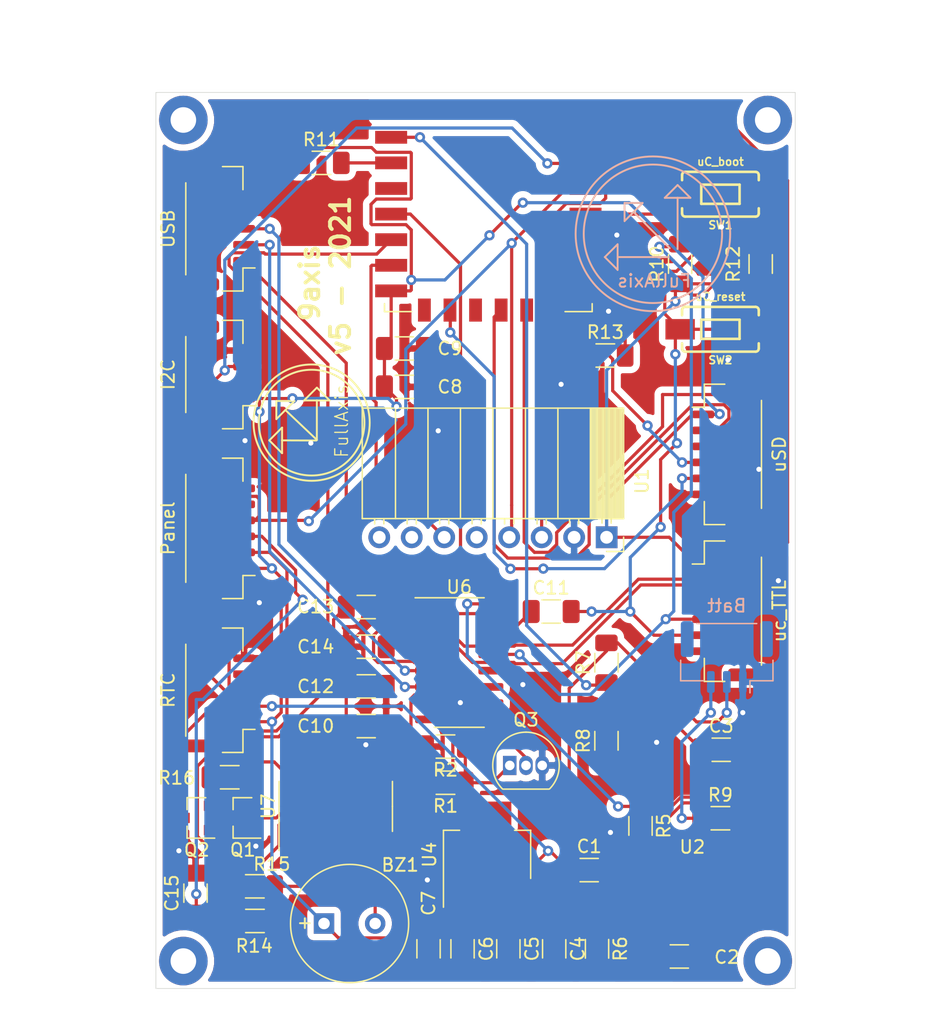
<source format=kicad_pcb>
(kicad_pcb (version 20171130) (host pcbnew 5.1.9)
  (layers (0 F.Cu signal) (31 B.Cu signal) (34 B.Paste user) (35 F.Paste user) (36 B.SilkS user) (37 F.SilkS user) (38 B.Mask user hide) (39 F.Mask user hide) (44 Edge.Cuts user))
  (net 0 "")
  (net 1 GND)
  (net 2 +BATT)
  (net 3 "Net-(C2-Pad1)")
  (net 4 Batt_current)
  (net 5 +3V3)
  (net 6 +5V)
  (net 7 uC_reset)
  (net 8 "Net-(C11-Pad1)")
  (net 9 "Net-(C14-Pad1)")
  (net 10 pw_sw2)
  (net 11 NTC)
  (net 12 uC_boot)
  (net 13 uC_RX)
  (net 14 uC_TX)
  (net 15 SCL)
  (net 16 SDA)
  (net 17 pw_sw1)
  (net 18 D+)
  (net 19 D-)
  (net 20 "Net-(Q1-Pad3)")
  (net 21 "Net-(Q1-Pad2)")
  (net 22 "Net-(Q2-Pad1)")
  (net 23 "Net-(R6-Pad1)")
  (net 24 "Net-(R11-Pad2)")
  (net 25 uC_SDIO)
  (net 26 auto_pwr)
  (net 27 "Net-(U1-Pad8)")
  (net 28 MISO)
  (net 29 MOSI)
  (net 30 SCLK)
  (net 31 SS1)
  (net 32 "Net-(U2-Pad6)")
  (net 33 "Net-(U2-Pad7)")
  (net 34 "Net-(U5-Pad9)")
  (net 35 "Net-(U6-Pad15)")
  (net 36 "Net-(U6-Pad12)")
  (net 37 "Net-(U6-Pad11)")
  (net 38 "Net-(U6-Pad10)")
  (net 39 "Net-(U6-Pad9)")
  (net 40 "Net-(U6-Pad8)")
  (net 41 "Net-(U6-Pad7)")
  (net 42 "Net-(U7-Pad4)")
  (net 43 "Net-(U7-Pad3)")
  (net 44 SS)
  (net 45 "Net-(U5-Pad11)")
  (net 46 "Net-(U1-Pad5)")
  (net 47 INT_BNO)
  (net 48 "Net-(U1-Pad7)")
  (net 49 "Net-(U5-Pad17)")
  (net 50 "Net-(BZ1-Pad2)")
  (net 51 "Net-(Q3-Pad1)")
  (net 52 Buzzer)
  (module other:ESP-12E (layer F.Cu) (at 121 55)
    (fp_text reference U5 hide)
    (fp_text value ESP-12F hide)
    (pad 22 smd rect (at 7.6 -3.5) (size 2.5 1) (layers F.Cu F.Paste F.Mask) (net 14 uC_TX))
    (pad 21 smd rect (at 7.6 -1.5) (size 2.5 1) (layers F.Cu F.Paste F.Mask) (net 13 uC_RX))
    (pad 20 smd rect (at 7.6 0.5) (size 2.5 1) (layers F.Cu F.Paste F.Mask) (net 15 SCL))
    (pad 19 smd rect (at 7.6 2.5) (size 2.5 1) (layers F.Cu F.Paste F.Mask) (net 16 SDA))
    (pad 18 smd rect (at 7.6 4.5) (size 2.5 1) (layers F.Cu F.Paste F.Mask) (net 12 uC_boot))
    (pad 17 smd rect (at 7.6 6.5) (size 2.5 1) (layers F.Cu F.Paste F.Mask) (net 49 "Net-(U5-Pad17)"))
    (pad 16 smd rect (at 7.6 8.5) (size 2.5 1) (layers F.Cu F.Paste F.Mask) (net 25 uC_SDIO))
    (pad 15 smd rect (at 7.6 10.5) (size 2.5 1) (layers F.Cu F.Paste F.Mask) (net 1 GND))
    (pad 14 smd rect (at 5 12) (size 1 1.8) (layers F.Cu F.Paste F.Mask) (net 30 SCLK))
    (pad 13 smd rect (at 3 12) (size 1 1.8) (layers F.Cu F.Paste F.Mask) (net 29 MOSI))
    (pad 12 smd rect (at 1 12) (size 1 1.8) (layers F.Cu F.Paste F.Mask) (net 44 SS))
    (pad 11 smd rect (at -1 12) (size 1 1.8) (layers F.Cu F.Paste F.Mask) (net 45 "Net-(U5-Pad11)"))
    (pad 10 smd rect (at -3 12) (size 1 1.8) (layers F.Cu F.Paste F.Mask) (net 28 MISO))
    (pad 9 smd rect (at -5 12) (size 1 1.8) (layers F.Cu F.Paste F.Mask) (net 34 "Net-(U5-Pad9)"))
    (pad 8 smd rect (at -7.6 10.5) (size 2.5 1) (layers F.Cu F.Paste F.Mask) (net 5 +3V3))
    (pad 7 smd rect (at -7.6 8.5) (size 2.5 1) (layers F.Cu F.Paste F.Mask) (net 47 INT_BNO))
    (pad 6 smd rect (at -7.6 6.5) (size 2.5 1) (layers F.Cu F.Paste F.Mask) (net 26 auto_pwr))
    (pad 5 smd rect (at -7.6 4.5) (size 2.5 1) (layers F.Cu F.Paste F.Mask) (net 52 Buzzer))
    (pad 4 smd rect (at -7.6 2.5) (size 2.5 1) (layers F.Cu F.Paste F.Mask) (net 31 SS1))
    (pad 3 smd rect (at -7.6 0.5) (size 2.5 1) (layers F.Cu F.Paste F.Mask) (net 24 "Net-(R11-Pad2)"))
    (pad 2 smd rect (at -7.6 -1.5) (size 2.5 1) (layers F.Cu F.Paste F.Mask) (net 4 Batt_current))
    (pad 1 smd rect (at -7.6 -3.5) (size 2.5 1) (layers F.Cu F.Paste F.Mask) (net 7 uC_reset))
  )
  (module MountingHole:MountingHole_2.2mm_M2_DIN965_Pad (layer F.Cu) (at 142.85 52.15)
    (fp_text reference REF** hide)
    (fp_text value MountingHole_2.2mm_M2_DIN965_Pad)
    (pad 1 thru_hole circle (at 0 0) (size 3.8 3.8) (drill 2) (layers *.Cu *.Mask))
  )
  (module MountingHole:MountingHole_2.2mm_M2_DIN965_Pad (layer F.Cu) (at 142.85 117.85)
    (fp_text reference REF** hide)
    (fp_text value MountingHole_2.2mm_M2_DIN965_Pad)
    (pad 1 thru_hole circle (at 0 0) (size 3.8 3.8) (drill 2) (layers *.Cu *.Mask))
  )
  (module MountingHole:MountingHole_2.2mm_M2_DIN965_Pad (layer F.Cu) (at 97.15 117.86)
    (fp_text reference REF** hide)
    (fp_text value MountingHole_2.2mm_M2_DIN965_Pad)
    (pad 1 thru_hole circle (at 0 0) (size 3.8 3.8) (drill 2) (layers *.Cu *.Mask))
  )
  (module MountingHole:MountingHole_2.2mm_M2_DIN965_Pad (layer F.Cu) (at 97.15 52.15)
    (fp_text reference REF** hide)
    (fp_text value MountingHole_2.2mm_M2_DIN965_Pad)
    (pad 1 thru_hole circle (at 0 0) (size 3.8 3.8) (drill 2) (layers *.Cu *.Mask))
  )
  (module Capacitor_SMD:C_1206_3216Metric_Pad1.33x1.80mm_HandSolder (layer F.Cu) (at 116.325 116.9 270)
    (fp_text reference C7 (at -3.55 0 90) (layer F.SilkS))
    (fp_text value 10uF)
    (pad 2 smd roundrect (at 1.5625 0 270) (size 1.325 1.8) (layers F.Cu F.Paste F.Mask) (roundrect_rratio 0.188679) (net 1 GND))
    (pad 1 smd roundrect (at -1.5625 0 270) (size 1.325 1.8) (layers F.Cu F.Paste F.Mask) (roundrect_rratio 0.188679) (net 5 +3V3))
  )
  (module Capacitor_SMD:C_1206_3216Metric_Pad1.33x1.80mm_HandSolder (layer F.Cu) (at 128.8875 110.75)
    (fp_text reference C1 (at 0 -1.85) (layer F.SilkS))
    (fp_text value 10uF)
    (pad 1 smd roundrect (at -1.5625 0) (size 1.325 1.8) (layers F.Cu F.Paste F.Mask) (roundrect_rratio 0.188679) (net 2 +BATT))
    (pad 2 smd roundrect (at 1.5625 0) (size 1.325 1.8) (layers F.Cu F.Paste F.Mask) (roundrect_rratio 0.188679) (net 1 GND))
  )
  (module Capacitor_SMD:C_1206_3216Metric_Pad1.33x1.80mm_HandSolder (layer F.Cu) (at 135.9375 117.5)
    (fp_text reference C2 (at 3.7125 0.05) (layer F.SilkS))
    (fp_text value 10uF)
    (pad 2 smd roundrect (at 1.5625 0) (size 1.325 1.8) (layers F.Cu F.Paste F.Mask) (roundrect_rratio 0.188679) (net 1 GND))
    (pad 1 smd roundrect (at -1.5625 0) (size 1.325 1.8) (layers F.Cu F.Paste F.Mask) (roundrect_rratio 0.188679) (net 3 "Net-(C2-Pad1)"))
  )
  (module Capacitor_SMD:C_1206_3216Metric_Pad1.33x1.80mm_HandSolder (layer F.Cu) (at 139.2125 101.35)
    (fp_text reference C3 (at 0 -1.85) (layer F.SilkS))
    (fp_text value 100nF)
    (pad 2 smd roundrect (at 1.5625 0) (size 1.325 1.8) (layers F.Cu F.Paste F.Mask) (roundrect_rratio 0.188679) (net 1 GND))
    (pad 1 smd roundrect (at -1.5625 0) (size 1.325 1.8) (layers F.Cu F.Paste F.Mask) (roundrect_rratio 0.188679) (net 4 Batt_current))
  )
  (module Capacitor_SMD:C_1206_3216Metric_Pad1.33x1.80mm_HandSolder (layer F.Cu) (at 126.15 116.9 270)
    (fp_text reference C4 (at 0 -1.85 90) (layer F.SilkS))
    (fp_text value 10uF)
    (pad 1 smd roundrect (at -1.5625 0 270) (size 1.325 1.8) (layers F.Cu F.Paste F.Mask) (roundrect_rratio 0.188679) (net 2 +BATT))
    (pad 2 smd roundrect (at 1.5625 0 270) (size 1.325 1.8) (layers F.Cu F.Paste F.Mask) (roundrect_rratio 0.188679) (net 1 GND))
  )
  (module Capacitor_SMD:C_1206_3216Metric_Pad1.33x1.80mm_HandSolder (layer F.Cu) (at 122.566666 116.9 270)
    (fp_text reference C5 (at 0 -1.85 90) (layer F.SilkS))
    (fp_text value 1uF)
    (pad 2 smd roundrect (at 1.5625 0 270) (size 1.325 1.8) (layers F.Cu F.Paste F.Mask) (roundrect_rratio 0.188679) (net 1 GND))
    (pad 1 smd roundrect (at -1.5625 0 270) (size 1.325 1.8) (layers F.Cu F.Paste F.Mask) (roundrect_rratio 0.188679) (net 2 +BATT))
  )
  (module Capacitor_SMD:C_1206_3216Metric_Pad1.33x1.80mm_HandSolder (layer F.Cu) (at 118.983333 116.9 270)
    (fp_text reference C6 (at 0 -1.85 90) (layer F.SilkS))
    (fp_text value 1uF)
    (pad 2 smd roundrect (at 1.5625 0 270) (size 1.325 1.8) (layers F.Cu F.Paste F.Mask) (roundrect_rratio 0.188679) (net 1 GND))
    (pad 1 smd roundrect (at -1.5625 0 270) (size 1.325 1.8) (layers F.Cu F.Paste F.Mask) (roundrect_rratio 0.188679) (net 5 +3V3))
  )
  (module Capacitor_SMD:C_1206_3216Metric_Pad1.33x1.80mm_HandSolder (layer F.Cu) (at 114.4375 73)
    (fp_text reference C8 (at 3.5625 0) (layer F.SilkS))
    (fp_text value 10nF)
    (pad 1 smd roundrect (at -1.5625 0) (size 1.325 1.8) (layers F.Cu F.Paste F.Mask) (roundrect_rratio 0.188679) (net 5 +3V3))
    (pad 2 smd roundrect (at 1.5625 0) (size 1.325 1.8) (layers F.Cu F.Paste F.Mask) (roundrect_rratio 0.188679) (net 1 GND))
  )
  (module Capacitor_SMD:C_1206_3216Metric_Pad1.33x1.80mm_HandSolder (layer F.Cu) (at 114.4375 70)
    (fp_text reference C9 (at 3.5625 0) (layer F.SilkS))
    (fp_text value 100nF)
    (pad 1 smd roundrect (at -1.5625 0) (size 1.325 1.8) (layers F.Cu F.Paste F.Mask) (roundrect_rratio 0.188679) (net 5 +3V3))
    (pad 2 smd roundrect (at 1.5625 0) (size 1.325 1.8) (layers F.Cu F.Paste F.Mask) (roundrect_rratio 0.188679) (net 1 GND))
  )
  (module Capacitor_SMD:C_1206_3216Metric_Pad1.33x1.80mm_HandSolder (layer F.Cu) (at 111.45 99.5)
    (fp_text reference C10 (at -3.95 0) (layer F.SilkS))
    (fp_text value 10uF)
    (pad 2 smd roundrect (at 1.5625 0) (size 1.325 1.8) (layers F.Cu F.Paste F.Mask) (roundrect_rratio 0.188679) (net 1 GND))
    (pad 1 smd roundrect (at -1.5625 0) (size 1.325 1.8) (layers F.Cu F.Paste F.Mask) (roundrect_rratio 0.188679) (net 6 +5V))
  )
  (module Capacitor_SMD:C_1206_3216Metric_Pad1.33x1.80mm_HandSolder (layer F.Cu) (at 125.9125 90.55)
    (fp_text reference C11 (at 0 -1.85) (layer F.SilkS))
    (fp_text value 100nF)
    (pad 1 smd roundrect (at -1.5625 0) (size 1.325 1.8) (layers F.Cu F.Paste F.Mask) (roundrect_rratio 0.188679) (net 8 "Net-(C11-Pad1)"))
    (pad 2 smd roundrect (at 1.5625 0) (size 1.325 1.8) (layers F.Cu F.Paste F.Mask) (roundrect_rratio 0.188679) (net 7 uC_reset))
  )
  (module Capacitor_SMD:C_1206_3216Metric_Pad1.33x1.80mm_HandSolder (layer F.Cu) (at 111.45 96.4)
    (fp_text reference C12 (at -3.95 0) (layer F.SilkS))
    (fp_text value 0.1uF)
    (pad 1 smd roundrect (at -1.5625 0) (size 1.325 1.8) (layers F.Cu F.Paste F.Mask) (roundrect_rratio 0.188679) (net 6 +5V))
    (pad 2 smd roundrect (at 1.5625 0) (size 1.325 1.8) (layers F.Cu F.Paste F.Mask) (roundrect_rratio 0.188679) (net 1 GND))
  )
  (module Capacitor_SMD:C_1206_3216Metric_Pad1.33x1.80mm_HandSolder (layer F.Cu) (at 111.45 90.2)
    (fp_text reference C13 (at -3.95 -0.025) (layer F.SilkS))
    (fp_text value 0.1uF)
    (pad 1 smd roundrect (at -1.5625 0) (size 1.325 1.8) (layers F.Cu F.Paste F.Mask) (roundrect_rratio 0.188679) (net 6 +5V))
    (pad 2 smd roundrect (at 1.5625 0) (size 1.325 1.8) (layers F.Cu F.Paste F.Mask) (roundrect_rratio 0.188679) (net 1 GND))
  )
  (module Capacitor_SMD:C_1206_3216Metric_Pad1.33x1.80mm_HandSolder (layer F.Cu) (at 111.45 93.3 180)
    (fp_text reference C14 (at 3.95 0) (layer F.SilkS))
    (fp_text value 0.1uF)
    (pad 2 smd roundrect (at 1.5625 0 180) (size 1.325 1.8) (layers F.Cu F.Paste F.Mask) (roundrect_rratio 0.188679) (net 1 GND))
    (pad 1 smd roundrect (at -1.5625 0 180) (size 1.325 1.8) (layers F.Cu F.Paste F.Mask) (roundrect_rratio 0.188679) (net 9 "Net-(C14-Pad1)"))
  )
  (module Capacitor_SMD:C_1206_3216Metric_Pad1.33x1.80mm_HandSolder (layer F.Cu) (at 98.1 112.5525 90)
    (fp_text reference C15 (at 0 -1.85 90) (layer F.SilkS))
    (fp_text value 0.1uF)
    (pad 1 smd roundrect (at -1.5625 0 90) (size 1.325 1.8) (layers F.Cu F.Paste F.Mask) (roundrect_rratio 0.188679) (net 10 pw_sw2))
    (pad 2 smd roundrect (at 1.5625 0 90) (size 1.325 1.8) (layers F.Cu F.Paste F.Mask) (roundrect_rratio 0.188679) (net 1 GND))
  )
  (module Connector_JST:JST_GH_BM03B-GHS-TBT_1x03-1MP_P1.25mm_Vertical (layer B.Cu) (at 139.65 94.1 180)
    (fp_text reference Batt (at 0 4) (layer B.SilkS) (effects (justify mirror)))
    (fp_text value Batt)
    (pad 1 smd roundrect (at -1.25 -1.95 180) (size 0.6 1.7) (layers B.Cu B.Paste B.Mask) (net 1 GND))
    (pad 2 smd roundrect (at 0 -1.95 180) (size 0.6 1.7) (layers B.Cu B.Paste B.Mask) (net 2 +BATT))
    (pad 3 smd roundrect (at 1.25 -1.95 180) (size 0.6 1.7) (layers B.Cu B.Paste B.Mask) (net 11 NTC))
    (pad MP smd roundrect (at -3.1 1.4 180) (size 1 2.8) (layers B.Cu B.Paste B.Mask))
    (pad MP smd roundrect (at 3.1 1.4 180) (size 1 2.8) (layers B.Cu B.Paste B.Mask))
  )
  (module Connector_JST:JST_GH_BM06B-GHS-TBT_1x06-1MP_P1.25mm_Vertical (layer F.Cu) (at 139.75 90.525 270)
    (fp_text reference uc_TTL (at 0 -4 90) (layer F.SilkS))
    (fp_text value uC_TTL)
    (pad 1 smd roundrect (at -3.125 1.95 270) (size 0.6 1.7) (layers F.Cu F.Paste F.Mask) (net 5 +3V3))
    (pad 2 smd roundrect (at -1.875 1.95 270) (size 0.6 1.7) (layers F.Cu F.Paste F.Mask) (net 14 uC_TX))
    (pad 3 smd roundrect (at -0.625 1.95 270) (size 0.6 1.7) (layers F.Cu F.Paste F.Mask) (net 13 uC_RX))
    (pad 4 smd roundrect (at 0.625 1.95 270) (size 0.6 1.7) (layers F.Cu F.Paste F.Mask) (net 12 uC_boot))
    (pad 5 smd roundrect (at 1.875 1.95 270) (size 0.6 1.7) (layers F.Cu F.Paste F.Mask) (net 7 uC_reset))
    (pad 6 smd roundrect (at 3.125 1.95 270) (size 0.6 1.7) (layers F.Cu F.Paste F.Mask) (net 1 GND))
    (pad MP smd roundrect (at -4.975 -1.4 270) (size 1 2.8) (layers F.Cu F.Paste F.Mask))
    (pad MP smd roundrect (at 4.975 -1.4 270) (size 1 2.8) (layers F.Cu F.Paste F.Mask))
  )
  (module Connector_JST:JST_GH_BM04B-GHS-TBT_1x04-1MP_P1.25mm_Vertical (layer F.Cu) (at 99.95 72.036666 90)
    (fp_text reference I2C (at 0 -4 90) (layer F.SilkS))
    (fp_text value I2C)
    (pad MP smd roundrect (at 3.725 -1.4 90) (size 1 2.8) (layers F.Cu F.Paste F.Mask))
    (pad MP smd roundrect (at -3.725 -1.4 90) (size 1 2.8) (layers F.Cu F.Paste F.Mask))
    (pad 4 smd roundrect (at 1.875 1.95 90) (size 0.6 1.7) (layers F.Cu F.Paste F.Mask) (net 1 GND))
    (pad 3 smd roundrect (at 0.625 1.95 90) (size 0.6 1.7) (layers F.Cu F.Paste F.Mask) (net 15 SCL))
    (pad 2 smd roundrect (at -0.625 1.95 90) (size 0.6 1.7) (layers F.Cu F.Paste F.Mask) (net 16 SDA))
    (pad 1 smd roundrect (at -1.875 1.95 90) (size 0.6 1.7) (layers F.Cu F.Paste F.Mask) (net 5 +3V3))
  )
  (module Connector_JST:JST_GH_BM06B-GHS-TBT_1x06-1MP_P1.25mm_Vertical (layer F.Cu) (at 99.95 84.053332 90)
    (fp_text reference Panel (at 0 -4 90) (layer F.SilkS))
    (fp_text value panel)
    (pad MP smd roundrect (at 4.975 -1.4 90) (size 1 2.8) (layers F.Cu F.Paste F.Mask))
    (pad MP smd roundrect (at -4.975 -1.4 90) (size 1 2.8) (layers F.Cu F.Paste F.Mask))
    (pad 6 smd roundrect (at 3.125 1.95 90) (size 0.6 1.7) (layers F.Cu F.Paste F.Mask) (net 1 GND))
    (pad 5 smd roundrect (at 1.875 1.95 90) (size 0.6 1.7) (layers F.Cu F.Paste F.Mask) (net 15 SCL))
    (pad 4 smd roundrect (at 0.625 1.95 90) (size 0.6 1.7) (layers F.Cu F.Paste F.Mask) (net 16 SDA))
    (pad 3 smd roundrect (at -0.625 1.95 90) (size 0.6 1.7) (layers F.Cu F.Paste F.Mask) (net 10 pw_sw2))
    (pad 2 smd roundrect (at -1.875 1.95 90) (size 0.6 1.7) (layers F.Cu F.Paste F.Mask) (net 17 pw_sw1))
    (pad 1 smd roundrect (at -3.125 1.95 90) (size 0.6 1.7) (layers F.Cu F.Paste F.Mask) (net 5 +3V3))
  )
  (module Connector_JST:JST_GH_BM05B-GHS-TBT_1x05-1MP_P1.25mm_Vertical (layer F.Cu) (at 99.95 60.65 90)
    (fp_text reference USB (at 0 -4 90) (layer F.SilkS))
    (fp_text value USB_C)
    (pad MP smd roundrect (at 4.35 -1.4 90) (size 1 2.8) (layers F.Cu F.Paste F.Mask))
    (pad MP smd roundrect (at -4.35 -1.4 90) (size 1 2.8) (layers F.Cu F.Paste F.Mask))
    (pad 5 smd roundrect (at 2.5 1.95 90) (size 0.6 1.7) (layers F.Cu F.Paste F.Mask) (net 1 GND))
    (pad 4 smd roundrect (at 1.25 1.95 90) (size 0.6 1.7) (layers F.Cu F.Paste F.Mask) (net 1 GND))
    (pad 3 smd roundrect (at 0 1.95 90) (size 0.6 1.7) (layers F.Cu F.Paste F.Mask) (net 18 D+))
    (pad 2 smd roundrect (at -1.25 1.95 90) (size 0.6 1.7) (layers F.Cu F.Paste F.Mask) (net 19 D-))
    (pad 1 smd roundrect (at -2.5 1.95 90) (size 0.6 1.7) (layers F.Cu F.Paste F.Mask) (net 6 +5V))
  )
  (module Connector_JST:JST_GH_BM05B-GHS-TBT_1x05-1MP_P1.25mm_Vertical (layer F.Cu) (at 99.95 96.7 90)
    (fp_text reference RTC (at 0 -4 90) (layer F.SilkS))
    (fp_text value RTC)
    (pad 1 smd roundrect (at -2.5 1.95 90) (size 0.6 1.7) (layers F.Cu F.Paste F.Mask) (net 5 +3V3))
    (pad 2 smd roundrect (at -1.25 1.95 90) (size 0.6 1.7) (layers F.Cu F.Paste F.Mask) (net 2 +BATT))
    (pad 3 smd roundrect (at 0 1.95 90) (size 0.6 1.7) (layers F.Cu F.Paste F.Mask) (net 16 SDA))
    (pad 4 smd roundrect (at 1.25 1.95 90) (size 0.6 1.7) (layers F.Cu F.Paste F.Mask) (net 15 SCL))
    (pad 5 smd roundrect (at 2.5 1.95 90) (size 0.6 1.7) (layers F.Cu F.Paste F.Mask) (net 1 GND))
    (pad MP smd roundrect (at -4.35 -1.4 90) (size 1 2.8) (layers F.Cu F.Paste F.Mask))
    (pad MP smd roundrect (at 4.35 -1.4 90) (size 1 2.8) (layers F.Cu F.Paste F.Mask))
  )
  (module Package_TO_SOT_SMD:SOT-23 (layer F.Cu) (at 101.8 106.675 180)
    (fp_text reference Q1 (at 0 -2.5) (layer F.SilkS))
    (fp_text value PN2222A)
    (pad 1 smd rect (at -1 -0.95 180) (size 0.9 0.8) (layers F.Cu F.Paste F.Mask) (net 1 GND))
    (pad 2 smd rect (at -1 0.95 180) (size 0.9 0.8) (layers F.Cu F.Paste F.Mask) (net 21 "Net-(Q1-Pad2)"))
    (pad 3 smd rect (at 1 0 180) (size 0.9 0.8) (layers F.Cu F.Paste F.Mask) (net 20 "Net-(Q1-Pad3)"))
  )
  (module Package_TO_SOT_SMD:SOT-23 (layer F.Cu) (at 98.2 106.675 180)
    (fp_text reference Q2 (at 0 -2.5) (layer F.SilkS))
    (fp_text value IRLML6402)
    (pad 3 smd rect (at 1 0 180) (size 0.9 0.8) (layers F.Cu F.Paste F.Mask) (net 2 +BATT))
    (pad 2 smd rect (at -1 0.95 180) (size 0.9 0.8) (layers F.Cu F.Paste F.Mask) (net 6 +5V))
    (pad 1 smd rect (at -1 -0.95 180) (size 0.9 0.8) (layers F.Cu F.Paste F.Mask) (net 22 "Net-(Q2-Pad1)"))
  )
  (module Resistor_SMD:R_1206_3216Metric_Pad1.30x1.75mm_HandSolder (layer F.Cu) (at 132.9 107.3 270)
    (fp_text reference R5 (at 0 -1.82 90) (layer F.SilkS))
    (fp_text value 0.4R)
    (pad 1 smd roundrect (at -1.55 0 270) (size 1.3 1.75) (layers F.Cu F.Paste F.Mask) (roundrect_rratio 0.192308) (net 6 +5V))
    (pad 2 smd roundrect (at 1.55 0 270) (size 1.3 1.75) (layers F.Cu F.Paste F.Mask) (roundrect_rratio 0.192308) (net 3 "Net-(C2-Pad1)"))
  )
  (module Resistor_SMD:R_1206_3216Metric_Pad1.30x1.75mm_HandSolder (layer F.Cu) (at 129.5 116.9 270)
    (fp_text reference R6 (at 0 -1.82 90) (layer F.SilkS))
    (fp_text value 1.2k)
    (pad 2 smd roundrect (at 1.55 0 270) (size 1.3 1.75) (layers F.Cu F.Paste F.Mask) (roundrect_rratio 0.192308) (net 1 GND))
    (pad 1 smd roundrect (at -1.55 0 270) (size 1.3 1.75) (layers F.Cu F.Paste F.Mask) (roundrect_rratio 0.192308) (net 23 "Net-(R6-Pad1)"))
  )
  (module Resistor_SMD:R_1206_3216Metric_Pad1.30x1.75mm_HandSolder (layer F.Cu) (at 130.2375 94.55 90)
    (fp_text reference R7 (at 0 -1.82 90) (layer F.SilkS))
    (fp_text value 1M)
    (pad 1 smd roundrect (at -1.55 0 90) (size 1.3 1.75) (layers F.Cu F.Paste F.Mask) (roundrect_rratio 0.192308) (net 4 Batt_current))
    (pad 2 smd roundrect (at 1.55 0 90) (size 1.3 1.75) (layers F.Cu F.Paste F.Mask) (roundrect_rratio 0.192308) (net 2 +BATT))
  )
  (module Resistor_SMD:R_1206_3216Metric_Pad1.30x1.75mm_HandSolder (layer F.Cu) (at 130.2375 100.65 90)
    (fp_text reference R8 (at 0 -1.82 90) (layer F.SilkS))
    (fp_text value 100K)
    (pad 2 smd roundrect (at 1.55 0 90) (size 1.3 1.75) (layers F.Cu F.Paste F.Mask) (roundrect_rratio 0.192308) (net 4 Batt_current))
    (pad 1 smd roundrect (at -1.55 0 90) (size 1.3 1.75) (layers F.Cu F.Paste F.Mask) (roundrect_rratio 0.192308) (net 1 GND))
  )
  (module Resistor_SMD:R_1206_3216Metric_Pad1.30x1.75mm_HandSolder (layer F.Cu) (at 139.15 106.7)
    (fp_text reference R9 (at 0 -1.82) (layer F.SilkS))
    (fp_text value 0R)
    (pad 1 smd roundrect (at -1.55 0) (size 1.3 1.75) (layers F.Cu F.Paste F.Mask) (roundrect_rratio 0.192308) (net 11 NTC))
    (pad 2 smd roundrect (at 1.55 0) (size 1.3 1.75) (layers F.Cu F.Paste F.Mask) (roundrect_rratio 0.192308) (net 1 GND))
  )
  (module Resistor_SMD:R_1206_3216Metric_Pad1.30x1.75mm_HandSolder (layer F.Cu) (at 136 63.4 90)
    (fp_text reference R10 (at 0 -1.82 90) (layer F.SilkS))
    (fp_text value 10k)
    (pad 1 smd roundrect (at -1.55 0 90) (size 1.3 1.75) (layers F.Cu F.Paste F.Mask) (roundrect_rratio 0.192308) (net 5 +3V3))
    (pad 2 smd roundrect (at 1.55 0 90) (size 1.3 1.75) (layers F.Cu F.Paste F.Mask) (roundrect_rratio 0.192308) (net 12 uC_boot))
  )
  (module Resistor_SMD:R_1206_3216Metric_Pad1.30x1.75mm_HandSolder (layer F.Cu) (at 107.95 55.5)
    (fp_text reference R11 (at 0 -1.82) (layer F.SilkS))
    (fp_text value 10K)
    (pad 2 smd roundrect (at 1.55 0) (size 1.3 1.75) (layers F.Cu F.Paste F.Mask) (roundrect_rratio 0.192308) (net 24 "Net-(R11-Pad2)"))
    (pad 1 smd roundrect (at -1.55 0) (size 1.3 1.75) (layers F.Cu F.Paste F.Mask) (roundrect_rratio 0.192308) (net 5 +3V3))
  )
  (module Resistor_SMD:R_1206_3216Metric_Pad1.30x1.75mm_HandSolder (layer F.Cu) (at 142.3 63.4 270)
    (fp_text reference R12 (at 0 2.15 90) (layer F.SilkS))
    (fp_text value 10k)
    (pad 1 smd roundrect (at -1.55 0 270) (size 1.3 1.75) (layers F.Cu F.Paste F.Mask) (roundrect_rratio 0.192308) (net 5 +3V3))
    (pad 2 smd roundrect (at 1.55 0 270) (size 1.3 1.75) (layers F.Cu F.Paste F.Mask) (roundrect_rratio 0.192308) (net 7 uC_reset))
  )
  (module Resistor_SMD:R_1206_3216Metric_Pad1.30x1.75mm_HandSolder (layer F.Cu) (at 130.15 70.55)
    (fp_text reference R13 (at 0 -1.82) (layer F.SilkS))
    (fp_text value 10k)
    (pad 2 smd roundrect (at 1.55 0) (size 1.3 1.75) (layers F.Cu F.Paste F.Mask) (roundrect_rratio 0.192308) (net 25 uC_SDIO))
    (pad 1 smd roundrect (at -1.55 0) (size 1.3 1.75) (layers F.Cu F.Paste F.Mask) (roundrect_rratio 0.192308) (net 1 GND))
  )
  (module Resistor_SMD:R_1206_3216Metric_Pad1.30x1.75mm_HandSolder (layer F.Cu) (at 102.75 114.725)
    (fp_text reference R14 (at -0.06 1.955) (layer F.SilkS))
    (fp_text value 100k)
    (pad 2 smd roundrect (at 1.55 0) (size 1.3 1.75) (layers F.Cu F.Paste F.Mask) (roundrect_rratio 0.192308) (net 10 pw_sw2))
    (pad 1 smd roundrect (at -1.55 0) (size 1.3 1.75) (layers F.Cu F.Paste F.Mask) (roundrect_rratio 0.192308) (net 20 "Net-(Q1-Pad3)"))
  )
  (module Resistor_SMD:R_1206_3216Metric_Pad1.30x1.75mm_HandSolder (layer F.Cu) (at 102.74 112.02)
    (fp_text reference R15 (at 1.33 -1.73) (layer F.SilkS))
    (fp_text value 100k)
    (pad 1 smd roundrect (at -1.55 0) (size 1.3 1.75) (layers F.Cu F.Paste F.Mask) (roundrect_rratio 0.192308) (net 22 "Net-(Q2-Pad1)"))
    (pad 2 smd roundrect (at 1.55 0) (size 1.3 1.75) (layers F.Cu F.Paste F.Mask) (roundrect_rratio 0.192308) (net 17 pw_sw1))
  )
  (module Resistor_SMD:R_1206_3216Metric_Pad1.30x1.75mm_HandSolder (layer F.Cu) (at 100.775 103.5)
    (fp_text reference R16 (at -4.15 0.05) (layer F.SilkS))
    (fp_text value 1k)
    (pad 2 smd roundrect (at 1.55 0) (size 1.3 1.75) (layers F.Cu F.Paste F.Mask) (roundrect_rratio 0.192308) (net 21 "Net-(Q1-Pad2)"))
    (pad 1 smd roundrect (at -1.55 0) (size 1.3 1.75) (layers F.Cu F.Paste F.Mask) (roundrect_rratio 0.192308) (net 26 auto_pwr))
  )
  (module Sparkfun_Sw:TACTILE_SWITCH_SMD_6.0X3.5MM (layer F.Cu) (at 139.15 57.95 180)
    (fp_text reference SW1 (at 0 -2.413) (layer F.SilkS) (effects (font (size 0.6096 0.6096) (thickness 0.127))))
    (fp_text value uC_boot (at 0 2.54) (layer F.SilkS) (effects (font (size 0.6096 0.6096) (thickness 0.127))))
    (pad 2 smd rect (at 3.1496 0) (size 2.2987 1.59766) (layers F.Cu F.Paste F.Mask) (net 12 uC_boot))
    (pad 1 smd rect (at -3.1496 0) (size 2.2987 1.59766) (layers F.Cu F.Paste F.Mask) (net 1 GND))
  )
  (module Sparkfun_Sw:TACTILE_SWITCH_SMD_6.0X3.5MM (layer F.Cu) (at 139.1496 68.5 180)
    (fp_text reference SW2 (at 0 -2.413) (layer F.SilkS) (effects (font (size 0.6096 0.6096) (thickness 0.127))))
    (fp_text value uC_reset (at 0 2.54) (layer F.SilkS) (effects (font (size 0.6096 0.6096) (thickness 0.127))))
    (pad 1 smd rect (at -3.1496 0) (size 2.2987 1.59766) (layers F.Cu F.Paste F.Mask) (net 1 GND))
    (pad 2 smd rect (at 3.1496 0) (size 2.2987 1.59766) (layers F.Cu F.Paste F.Mask) (net 7 uC_reset))
  )
  (module other:TC4056 (layer F.Cu) (at 136.95 113.05)
    (fp_text reference U2 (at 0 -4.105) (layer F.SilkS))
    (fp_text value TC4056)
    (pad 8 smd rect (at 2.6 -1.905 270) (size 0.6 2.2) (layers F.Cu F.Paste F.Mask) (net 3 "Net-(C2-Pad1)"))
    (pad 1 smd rect (at -2.6 -1.905 270) (size 0.6 2.2) (layers F.Cu F.Paste F.Mask) (net 11 NTC))
    (pad 7 smd rect (at 2.6 -0.635 270) (size 0.6 2.2) (layers F.Cu F.Paste F.Mask) (net 33 "Net-(U2-Pad7)"))
    (pad 2 smd rect (at -2.6 -0.635 270) (size 0.6 2.2) (layers F.Cu F.Paste F.Mask) (net 23 "Net-(R6-Pad1)"))
    (pad 6 smd rect (at 2.6 0.635 270) (size 0.6 2.2) (layers F.Cu F.Paste F.Mask) (net 32 "Net-(U2-Pad6)"))
    (pad 3 smd rect (at -2.6 0.635 270) (size 0.6 2.2) (layers F.Cu F.Paste F.Mask) (net 1 GND))
    (pad 5 smd rect (at 2.6 1.905 270) (size 0.6 2.2) (layers F.Cu F.Paste F.Mask) (net 2 +BATT))
    (pad 4 smd rect (at -2.6 1.905 270) (size 0.6 2.2) (layers F.Cu F.Paste F.Mask) (net 3 "Net-(C2-Pad1)"))
    (pad 9 smd rect (at 0 0) (size 2.4 3.3) (layers F.Cu F.Paste F.Mask) (net 1 GND))
  )
  (module Connector_JST:JST_GH_BM06B-GHS-TBT_1x06-1MP_P1.25mm_Vertical (layer F.Cu) (at 139.75 78.275 270)
    (fp_text reference uSD (at 0 -4 90) (layer F.SilkS))
    (fp_text value uSD)
    (pad 1 smd roundrect (at -3.125 1.95 270) (size 0.6 1.7) (layers F.Cu F.Paste F.Mask) (net 5 +3V3))
    (pad 2 smd roundrect (at -1.875 1.95 270) (size 0.6 1.7) (layers F.Cu F.Paste F.Mask) (net 44 SS))
    (pad 3 smd roundrect (at -0.625 1.95 270) (size 0.6 1.7) (layers F.Cu F.Paste F.Mask) (net 29 MOSI))
    (pad 4 smd roundrect (at 0.625 1.95 270) (size 0.6 1.7) (layers F.Cu F.Paste F.Mask) (net 30 SCLK))
    (pad 5 smd roundrect (at 1.875 1.95 270) (size 0.6 1.7) (layers F.Cu F.Paste F.Mask) (net 28 MISO))
    (pad 6 smd roundrect (at 3.125 1.95 270) (size 0.6 1.7) (layers F.Cu F.Paste F.Mask) (net 1 GND))
    (pad MP smd roundrect (at -4.975 -1.4 270) (size 1 2.8) (layers F.Cu F.Paste F.Mask))
    (pad MP smd roundrect (at 4.975 -1.4 270) (size 1 2.8) (layers F.Cu F.Paste F.Mask))
  )
  (module Package_TO_SOT_SMD:SOT-223-3_TabPin2 (layer F.Cu) (at 120.9 109.55 90)
    (fp_text reference U4 (at 0 -4.5 90) (layer F.SilkS))
    (fp_text value AMS1117-3.3)
    (pad 2 smd rect (at 3.15 0 90) (size 2 3.8) (layers F.Cu F.Paste F.Mask) (net 5 +3V3))
    (pad 2 smd rect (at -3.15 0 90) (size 2 1.5) (layers F.Cu F.Paste F.Mask) (net 5 +3V3))
    (pad 3 smd rect (at -3.15 2.3 90) (size 2 1.5) (layers F.Cu F.Paste F.Mask) (net 2 +BATT))
    (pad 1 smd rect (at -3.15 -2.3 90) (size 2 1.5) (layers F.Cu F.Paste F.Mask) (net 1 GND))
  )
  (module Package_SO:SOIC-16_3.9x9.9mm_P1.27mm (layer F.Cu) (at 118.725 94.535)
    (fp_text reference U6 (at 0 -5.9) (layer F.SilkS))
    (fp_text value CH340C)
    (pad 1 smd roundrect (at -2.475 -4.445) (size 1.95 0.6) (layers F.Cu F.Paste F.Mask) (net 1 GND))
    (pad 2 smd roundrect (at -2.475 -3.175) (size 1.95 0.6) (layers F.Cu F.Paste F.Mask) (net 13 uC_RX))
    (pad 3 smd roundrect (at -2.475 -1.905) (size 1.95 0.6) (layers F.Cu F.Paste F.Mask) (net 14 uC_TX))
    (pad 4 smd roundrect (at -2.475 -0.635) (size 1.95 0.6) (layers F.Cu F.Paste F.Mask) (net 9 "Net-(C14-Pad1)"))
    (pad 5 smd roundrect (at -2.475 0.635) (size 1.95 0.6) (layers F.Cu F.Paste F.Mask) (net 18 D+))
    (pad 6 smd roundrect (at -2.475 1.905) (size 1.95 0.6) (layers F.Cu F.Paste F.Mask) (net 19 D-))
    (pad 7 smd roundrect (at -2.475 3.175) (size 1.95 0.6) (layers F.Cu F.Paste F.Mask) (net 41 "Net-(U6-Pad7)"))
    (pad 8 smd roundrect (at -2.475 4.445) (size 1.95 0.6) (layers F.Cu F.Paste F.Mask) (net 40 "Net-(U6-Pad8)"))
    (pad 9 smd roundrect (at 2.475 4.445) (size 1.95 0.6) (layers F.Cu F.Paste F.Mask) (net 39 "Net-(U6-Pad9)"))
    (pad 10 smd roundrect (at 2.475 3.175) (size 1.95 0.6) (layers F.Cu F.Paste F.Mask) (net 38 "Net-(U6-Pad10)"))
    (pad 11 smd roundrect (at 2.475 1.905) (size 1.95 0.6) (layers F.Cu F.Paste F.Mask) (net 37 "Net-(U6-Pad11)"))
    (pad 12 smd roundrect (at 2.475 0.635) (size 1.95 0.6) (layers F.Cu F.Paste F.Mask) (net 36 "Net-(U6-Pad12)"))
    (pad 13 smd roundrect (at 2.475 -0.635) (size 1.95 0.6) (layers F.Cu F.Paste F.Mask) (net 12 uC_boot))
    (pad 14 smd roundrect (at 2.475 -1.905) (size 1.95 0.6) (layers F.Cu F.Paste F.Mask) (net 8 "Net-(C11-Pad1)"))
    (pad 15 smd roundrect (at 2.475 -3.175) (size 1.95 0.6) (layers F.Cu F.Paste F.Mask) (net 35 "Net-(U6-Pad15)"))
    (pad 16 smd roundrect (at 2.475 -4.445) (size 1.95 0.6) (layers F.Cu F.Paste F.Mask) (net 6 +5V))
  )
  (module Package_SO:SO-14_3.9x8.65mm_P1.27mm (layer F.Cu) (at 109.065 105.775 90)
    (fp_text reference U7 (at 0 -5.28 90) (layer F.SilkS))
    (fp_text value HEF4093BT)
    (pad 1 smd roundrect (at -2.475 -3.81 90) (size 1.95 0.6) (layers F.Cu F.Paste F.Mask) (net 1 GND))
    (pad 2 smd roundrect (at -2.475 -2.54 90) (size 1.95 0.6) (layers F.Cu F.Paste F.Mask) (net 1 GND))
    (pad 3 smd roundrect (at -2.475 -1.27 90) (size 1.95 0.6) (layers F.Cu F.Paste F.Mask) (net 43 "Net-(U7-Pad3)"))
    (pad 4 smd roundrect (at -2.475 0 90) (size 1.95 0.6) (layers F.Cu F.Paste F.Mask) (net 42 "Net-(U7-Pad4)"))
    (pad 5 smd roundrect (at -2.475 1.27 90) (size 1.95 0.6) (layers F.Cu F.Paste F.Mask) (net 1 GND))
    (pad 6 smd roundrect (at -2.475 2.54 90) (size 1.95 0.6) (layers F.Cu F.Paste F.Mask) (net 1 GND))
    (pad 7 smd roundrect (at -2.475 3.81 90) (size 1.95 0.6) (layers F.Cu F.Paste F.Mask) (net 1 GND))
    (pad 8 smd roundrect (at 2.475 3.81 90) (size 1.95 0.6) (layers F.Cu F.Paste F.Mask) (net 17 pw_sw1))
    (pad 9 smd roundrect (at 2.475 2.54 90) (size 1.95 0.6) (layers F.Cu F.Paste F.Mask) (net 17 pw_sw1))
    (pad 10 smd roundrect (at 2.475 1.27 90) (size 1.95 0.6) (layers F.Cu F.Paste F.Mask) (net 20 "Net-(Q1-Pad3)"))
    (pad 11 smd roundrect (at 2.475 0 90) (size 1.95 0.6) (layers F.Cu F.Paste F.Mask) (net 22 "Net-(Q2-Pad1)"))
    (pad 12 smd roundrect (at 2.475 -1.27 90) (size 1.95 0.6) (layers F.Cu F.Paste F.Mask) (net 20 "Net-(Q1-Pad3)"))
    (pad 13 smd roundrect (at 2.475 -2.54 90) (size 1.95 0.6) (layers F.Cu F.Paste F.Mask) (net 20 "Net-(Q1-Pad3)"))
    (pad 14 smd roundrect (at 2.475 -3.81 90) (size 1.95 0.6) (layers F.Cu F.Paste F.Mask) (net 6 +5V))
  )
  (module Connector_PinSocket_2.54mm:PinSocket_1x08_P2.54mm_Horizontal (layer F.Cu) (at 130.25 84.75 270)
    (fp_text reference U1 (at -4.38 -2.77 90) (layer F.SilkS))
    (fp_text value GY-BNO055)
    (pad 1 thru_hole rect (at 0 0 270) (size 1.7 1.7) (drill 1) (layers *.Cu *.Mask) (net 5 +3V3))
    (pad 2 thru_hole oval (at 0 2.54 270) (size 1.7 1.7) (drill 1) (layers *.Cu *.Mask) (net 1 GND))
    (pad 3 thru_hole oval (at 0 5.08 270) (size 1.7 1.7) (drill 1) (layers *.Cu *.Mask) (net 15 SCL))
    (pad 4 thru_hole oval (at 0 7.62 270) (size 1.7 1.7) (drill 1) (layers *.Cu *.Mask) (net 16 SDA))
    (pad 5 thru_hole oval (at 0 10.16 270) (size 1.7 1.7) (drill 1) (layers *.Cu *.Mask) (net 46 "Net-(U1-Pad5)"))
    (pad 6 thru_hole oval (at 0 12.7 270) (size 1.7 1.7) (drill 1) (layers *.Cu *.Mask) (net 47 INT_BNO))
    (pad 7 thru_hole oval (at 0 15.24 270) (size 1.7 1.7) (drill 1) (layers *.Cu *.Mask) (net 48 "Net-(U1-Pad7)"))
    (pad 8 thru_hole oval (at 0 17.78 270) (size 1.7 1.7) (drill 1) (layers *.Cu *.Mask) (net 27 "Net-(U1-Pad8)"))
  )
  (module Buzzer_Beeper:MagneticBuzzer_PUI_AT-0927-TT-6-R (layer F.Cu) (at 108.15 114.925)
    (fp_text reference BZ1 (at 5.95 -4.575) (layer F.SilkS))
    (fp_text value Buzzer)
    (fp_text user + (at -1.5 -0.1) (layer F.SilkS))
    (pad 1 thru_hole rect (at 0 0) (size 1.6 1.6) (drill 0.9) (layers *.Cu *.Mask) (net 5 +3V3))
    (pad 2 thru_hole circle (at 4 0) (size 1.6 1.6) (drill 0.9) (layers *.Cu *.Mask) (net 50 "Net-(BZ1-Pad2)"))
  )
  (module Package_TO_SOT_THT:TO-92_Inline (layer F.Cu) (at 122.675 102.575)
    (fp_text reference Q3 (at 1.27 -3.56) (layer F.SilkS))
    (fp_text value 2N3904)
    (pad 2 thru_hole oval (at 1.27 0) (size 1.05 1.5) (drill 0.75) (layers *.Cu *.Mask) (net 50 "Net-(BZ1-Pad2)"))
    (pad 3 thru_hole oval (at 2.54 0) (size 1.05 1.5) (drill 0.75) (layers *.Cu *.Mask) (net 1 GND))
    (pad 1 thru_hole rect (at 0 0) (size 1.05 1.5) (drill 0.75) (layers *.Cu *.Mask) (net 51 "Net-(Q3-Pad1)"))
  )
  (module Resistor_SMD:R_1206_3216Metric_Pad1.30x1.75mm_HandSolder (layer F.Cu) (at 117.65 103.925 180)
    (fp_text reference R1 (at 0 -1.82) (layer F.SilkS))
    (fp_text value 1k)
    (pad 2 smd roundrect (at 1.55 0 180) (size 1.3 1.75) (layers F.Cu F.Paste F.Mask) (roundrect_rratio 0.192308) (net 52 Buzzer))
    (pad 1 smd roundrect (at -1.55 0 180) (size 1.3 1.75) (layers F.Cu F.Paste F.Mask) (roundrect_rratio 0.192308) (net 51 "Net-(Q3-Pad1)"))
  )
  (module Resistor_SMD:R_1206_3216Metric_Pad1.30x1.75mm_HandSolder (layer F.Cu) (at 117.65 101.1 180)
    (fp_text reference R2 (at 0 -1.82) (layer F.SilkS))
    (fp_text value 100k)
    (pad 1 smd roundrect (at -1.55 0 180) (size 1.3 1.75) (layers F.Cu F.Paste F.Mask) (roundrect_rratio 0.192308) (net 51 "Net-(Q3-Pad1)"))
    (pad 2 smd roundrect (at 1.55 0 180) (size 1.3 1.75) (layers F.Cu F.Paste F.Mask) (roundrect_rratio 0.192308) (net 1 GND))
  )
  (gr_line (start 103.87 77.18) (end 104.87 78.18) (layer F.SilkS) (width 0.15))
  (gr_line (start 107.59 73.06) (end 106.59 74.06) (layer F.SilkS) (width 0.15))
  (gr_line (start 104.422233 74.102233) (end 104.422233 75.516447) (layer F.SilkS) (width 0.15))
  (gr_line (start 108.59 74.06) (end 107.59 73.06) (layer F.SilkS) (width 0.15))
  (gr_circle (center 107.18 75.79331) (end 107.14 71.25) (layer F.SilkS) (width 0.15))
  (gr_line (start 107.6 77.15) (end 105.12934 74.80934) (layer F.SilkS) (width 0.15))
  (gr_line (start 104.87 76.18) (end 103.87 77.18) (layer F.SilkS) (width 0.15))
  (gr_circle (center 107.18 75.79331) (end 107.1 71.66331) (layer F.SilkS) (width 0.15))
  (gr_line (start 105.12934 74.80934) (end 105.836447 74.102233) (layer F.SilkS) (width 0.15))
  (gr_line (start 107.55 77.19) (end 104.87 77.18) (layer F.SilkS) (width 0.15))
  (gr_line (start 104.87 77.18) (end 104.87 76.18) (layer F.SilkS) (width 0.15))
  (gr_line (start 106.59 74.06) (end 107.59 74.06) (layer F.SilkS) (width 0.15))
  (gr_text FullAxis (at 109.53 75.67 90) (layer F.SilkS) (effects (font (size 1 1) (thickness 0.1))))
  (gr_line (start 104.87 78.18) (end 104.87 77.18) (layer F.SilkS) (width 0.15))
  (gr_line (start 107.59 74.06) (end 108.59 74.06) (layer F.SilkS) (width 0.15))
  (gr_line (start 105.836447 74.102233) (end 104.422233 74.102233) (layer F.SilkS) (width 0.15))
  (gr_line (start 107.59 77.09) (end 107.59 74.06) (layer F.SilkS) (width 0.15))
  (gr_line (start 104.422233 75.516447) (end 105.12934 74.80934) (layer F.SilkS) (width 0.15))
  (gr_circle (center 133.87 61.04) (end 127.82669 61.04) (layer B.SilkS) (width 0.15))
  (gr_line (start 131.652233 58.632233) (end 133.066447 58.632233) (layer B.SilkS) (width 0.15))
  (gr_line (start 131.652233 60.046447) (end 131.652233 58.632233) (layer B.SilkS) (width 0.15))
  (gr_line (start 135.187767 62.167767) (end 132.35934 59.33934) (layer B.SilkS) (width 0.15))
  (gr_line (start 132.35934 59.33934) (end 131.652233 60.046447) (layer B.SilkS) (width 0.15))
  (gr_line (start 133.066447 58.632233) (end 132.35934 59.33934) (layer B.SilkS) (width 0.15))
  (gr_line (start 130.11 62.86) (end 131.11 61.86) (layer B.SilkS) (width 0.15))
  (gr_line (start 131.11 63.86) (end 130.11 62.86) (layer B.SilkS) (width 0.15))
  (gr_line (start 135.11 62.86) (end 131.11 62.86) (layer B.SilkS) (width 0.15))
  (gr_line (start 131.11 62.86) (end 131.11 63.86) (layer B.SilkS) (width 0.15))
  (gr_line (start 131.11 61.86) (end 131.11 62.86) (layer B.SilkS) (width 0.15))
  (gr_line (start 136.8 58.23) (end 135.8 58.23) (layer B.SilkS) (width 0.15))
  (gr_line (start 135.8 57.23) (end 136.8 58.23) (layer B.SilkS) (width 0.15))
  (gr_line (start 134.8 58.23) (end 135.8 57.23) (layer B.SilkS) (width 0.15))
  (gr_line (start 135.8 58.23) (end 134.8 58.23) (layer B.SilkS) (width 0.15))
  (gr_line (start 135.8 62.23) (end 135.8 58.23) (layer B.SilkS) (width 0.15))
  (gr_text FullAxis (at 133.97 64.72) (layer B.SilkS) (effects (font (size 1 1)) (justify mirror)))
  (gr_circle (center 133.87 61.04) (end 128.46 60.99) (layer B.SilkS) (width 0.15))
  (gr_text "9axis \nv5 - 2021" (at 108.23 64.31 90) (layer F.SilkS) (effects (font (size 1.5 1.5) (thickness 0.3))))
  (gr_line (start 95 120) (end 95 50) (layer Edge.Cuts) (width 0.05))
  (gr_line (start 145 120) (end 95 120) (layer Edge.Cuts) (width 0.05))
  (gr_line (start 145 50) (end 145 120) (layer Edge.Cuts) (width 0.05))
  (gr_line (start 95 50) (end 145 50) (layer Edge.Cuts) (width 0.05))
  (via (at 102.82 108.88) (size 0.8) (drill 0.4) (layers F.Cu B.Cu) (net 1))
  (via (at 123.7 58.61) (size 0.8) (drill 0.4) (layers F.Cu B.Cu) (net 5))
  (via (at 121.09 61.16) (size 0.8) (drill 0.4) (layers F.Cu B.Cu) (net 5))
  (via (at 125.62 55.54) (size 0.8) (drill 0.4) (layers F.Cu B.Cu) (net 15))
  (via (at 113.82 74.54) (size 0.8) (drill 0.4) (layers F.Cu B.Cu) (net 5))
  (via (at 139.09 75.12) (size 0.8) (drill 0.4) (layers F.Cu B.Cu) (net 5))
  (via (at 137.79 65.83) (size 0.8) (drill 0.4) (layers F.Cu B.Cu) (net 5))
  (via (at 106.48 89.63) (size 0.8) (drill 0.4) (layers F.Cu B.Cu) (net 10))
  (via (at 98.16 112.62) (size 0.8) (drill 0.4) (layers F.Cu B.Cu) (net 10))
  (via (at 104.075 99.16) (size 0.8) (drill 0.4) (layers F.Cu B.Cu) (net 5))
  (via (at 104.075 87.18) (size 0.8) (drill 0.4) (layers F.Cu B.Cu) (net 5))
  (via (at 104.075 97.95) (size 0.8) (drill 0.4) (layers F.Cu B.Cu) (net 2))
  (via (at 125.675 109.25) (size 0.8) (drill 0.4) (layers F.Cu B.Cu) (net 2))
  (via (at 131.15 105.775) (size 0.8) (drill 0.4) (layers F.Cu B.Cu) (net 6))
  (via (at 119.35 89.95) (size 0.8) (drill 0.4) (layers F.Cu B.Cu) (net 6))
  (via (at 134.375 62.05) (size 0.8) (drill 0.4) (layers F.Cu B.Cu) (net 12))
  (via (at 135.625 70.45) (size 0.8) (drill 0.4) (layers F.Cu B.Cu) (net 7))
  (via (at 135.75 77.4) (size 0.8) (drill 0.4) (layers F.Cu B.Cu) (net 7))
  (via (at 134.475 83.95) (size 0.8) (drill 0.4) (layers F.Cu B.Cu) (net 7))
  (via (at 132.1 90.55) (size 0.8) (drill 0.4) (layers F.Cu B.Cu) (net 7))
  (via (at 129.075 90.55) (size 0.8) (drill 0.4) (layers F.Cu B.Cu) (net 7))
  (via (at 125.3 87.2) (size 0.8) (drill 0.4) (layers F.Cu B.Cu) (net 28))
  (via (at 122.73 87.21) (size 0.8) (drill 0.4) (layers F.Cu B.Cu) (net 28))
  (via (at 133.45 76.025) (size 0.8) (drill 0.4) (layers F.Cu B.Cu) (net 30))
  (via (at 118.025 68.75) (size 0.8) (drill 0.4) (layers F.Cu B.Cu) (net 28))
  (via (at 136.15 78.9) (size 0.8) (drill 0.4) (layers F.Cu B.Cu) (net 30))
  (via (at 136.15 80.15) (size 0.8) (drill 0.4) (layers F.Cu B.Cu) (net 28))
  (via (at 140.9 98.45) (size 0.8) (drill 0.4) (layers F.Cu B.Cu) (net 1))
  (segment (start 116 73) (end 116 70) (width 0.25) (layer F.Cu) (net 1))
  (segment (start 143.50001 59.15041) (end 142.2996 57.95) (width 0.25) (layer F.Cu) (net 1))
  (segment (start 143.50001 67.29919) (end 143.50001 59.15041) (width 0.25) (layer F.Cu) (net 1))
  (segment (start 142.2992 68.5) (end 143.50001 67.29919) (width 0.25) (layer F.Cu) (net 1))
  (segment (start 126.1625 118.45) (end 126.15 118.4625) (width 0.25) (layer F.Cu) (net 1))
  (segment (start 116.14 90.2) (end 116.25 90.09) (width 0.25) (layer F.Cu) (net 1))
  (segment (start 113.0125 90.2) (end 116.14 90.2) (width 0.25) (layer F.Cu) (net 1))
  (segment (start 112.9875 90.2) (end 109.8875 93.3) (width 0.25) (layer F.Cu) (net 1))
  (segment (start 113.0125 90.2) (end 112.9875 90.2) (width 0.25) (layer F.Cu) (net 1))
  (segment (start 109.9125 93.3) (end 113.0125 96.4) (width 0.25) (layer F.Cu) (net 1))
  (segment (start 109.8875 93.3) (end 109.9125 93.3) (width 0.25) (layer F.Cu) (net 1))
  (segment (start 113.0125 96.4) (end 113.0125 99.5) (width 0.25) (layer F.Cu) (net 1))
  (segment (start 136.315 113.685) (end 136.95 113.05) (width 0.25) (layer F.Cu) (net 1))
  (segment (start 134.35 113.685) (end 136.315 113.685) (width 0.25) (layer F.Cu) (net 1))
  (segment (start 140.9 98.45) (end 140.9 96.05) (width 0.25) (layer B.Cu) (net 1))
  (via (at 130.55 107.81) (size 0.8) (drill 0.4) (layers F.Cu B.Cu) (net 1))
  (via (at 96.8 109.24) (size 0.8) (drill 0.4) (layers F.Cu B.Cu) (net 1))
  (via (at 103.09 89.86) (size 0.8) (drill 0.4) (layers F.Cu B.Cu) (net 1))
  (via (at 111.42 100.96) (size 0.8) (drill 0.4) (layers F.Cu B.Cu) (net 1))
  (via (at 118.81 97.67) (size 0.8) (drill 0.4) (layers F.Cu B.Cu) (net 1))
  (via (at 123.7 96.26) (size 0.8) (drill 0.4) (layers F.Cu B.Cu) (net 1))
  (via (at 134.16 100.77) (size 0.8) (drill 0.4) (layers F.Cu B.Cu) (net 1))
  (via (at 143.68 88.14) (size 0.8) (drill 0.4) (layers F.Cu B.Cu) (net 1))
  (via (at 142.16 79.44) (size 0.8) (drill 0.4) (layers F.Cu B.Cu) (net 1))
  (via (at 139.74 70.89) (size 0.8) (drill 0.4) (layers F.Cu B.Cu) (net 1))
  (via (at 139.23 60.51) (size 0.8) (drill 0.4) (layers F.Cu B.Cu) (net 1))
  (via (at 131.05 61.14) (size 0.8) (drill 0.4) (layers F.Cu B.Cu) (net 1))
  (via (at 130.4 67.09) (size 0.8) (drill 0.4) (layers F.Cu B.Cu) (net 1))
  (via (at 126.69 72.8) (size 0.8) (drill 0.4) (layers F.Cu B.Cu) (net 1))
  (via (at 107.12 77.39) (size 0.8) (drill 0.4) (layers F.Cu B.Cu) (net 1))
  (via (at 117.08 76.43) (size 0.8) (drill 0.4) (layers F.Cu B.Cu) (net 1))
  (via (at 101.97 77.2) (size 0.8) (drill 0.4) (layers F.Cu B.Cu) (net 1))
  (segment (start 102.8 108.55) (end 102.79 108.56) (width 0.25) (layer F.Cu) (net 1))
  (segment (start 102.8 108.86) (end 102.82 108.88) (width 0.25) (layer F.Cu) (net 1))
  (segment (start 102.8 107.625) (end 102.8 108.86) (width 0.25) (layer F.Cu) (net 1))
  (segment (start 101.9 77.27) (end 101.97 77.2) (width 0.25) (layer F.Cu) (net 1))
  (segment (start 101.9 80.928332) (end 101.9 77.27) (width 0.25) (layer F.Cu) (net 1))
  (segment (start 140.910001 111.770001) (end 138.229999 111.770001) (width 0.25) (layer F.Cu) (net 1))
  (segment (start 140.975001 107.600401) (end 140.975001 111.705001) (width 0.25) (layer F.Cu) (net 1))
  (segment (start 140.975001 111.705001) (end 140.910001 111.770001) (width 0.25) (layer F.Cu) (net 1))
  (segment (start 138.424581 105.049981) (end 140.975001 107.600401) (width 0.25) (layer F.Cu) (net 1))
  (segment (start 138.229999 111.770001) (end 136.95 113.05) (width 0.25) (layer F.Cu) (net 1))
  (segment (start 136.06361 105.04998) (end 138.424581 105.049981) (width 0.25) (layer F.Cu) (net 1))
  (segment (start 133.2386 107.87499) (end 136.06361 105.04998) (width 0.25) (layer F.Cu) (net 1))
  (segment (start 132.03682 107.87499) (end 133.2386 107.87499) (width 0.25) (layer F.Cu) (net 1))
  (segment (start 130.45 109.46181) (end 132.03682 107.87499) (width 0.25) (layer F.Cu) (net 1))
  (segment (start 130.45 110.75) (end 130.45 109.46181) (width 0.25) (layer F.Cu) (net 1))
  (via (at 116.23 111.52) (size 0.8) (drill 0.4) (layers F.Cu B.Cu) (net 1))
  (via (at 106.96 83.49) (size 0.8) (drill 0.4) (layers F.Cu B.Cu) (net 16))
  (via (at 105.68 73.9) (size 0.8) (drill 0.4) (layers F.Cu B.Cu) (net 5))
  (via (at 139.65 98.45) (size 0.8) (drill 0.4) (layers F.Cu B.Cu) (net 2))
  (segment (start 127.58752 116.77502) (end 126.15 115.3375) (width 0.25) (layer F.Cu) (net 2))
  (segment (start 130.52502 116.77502) (end 127.58752 116.77502) (width 0.25) (layer F.Cu) (net 2))
  (segment (start 132.47501 118.72501) (end 130.52502 116.77502) (width 0.25) (layer F.Cu) (net 2))
  (segment (start 135.02568 118.72501) (end 132.47501 118.72501) (width 0.25) (layer F.Cu) (net 2))
  (segment (start 135.36251 118.38818) (end 135.02568 118.72501) (width 0.25) (layer F.Cu) (net 2))
  (segment (start 135.36251 117.7618) (end 135.36251 118.38818) (width 0.25) (layer F.Cu) (net 2))
  (segment (start 136.84932 116.27499) (end 135.36251 117.7618) (width 0.25) (layer F.Cu) (net 2))
  (segment (start 138.23001 116.27499) (end 136.84932 116.27499) (width 0.25) (layer F.Cu) (net 2))
  (segment (start 139.55 114.955) (end 138.23001 116.27499) (width 0.25) (layer F.Cu) (net 2))
  (segment (start 130.2375 93.639498) (end 130.2375 93) (width 0.25) (layer F.Cu) (net 2))
  (segment (start 127.325 96.551998) (end 130.2375 93.639498) (width 0.25) (layer F.Cu) (net 2))
  (segment (start 127.325 110.75) (end 127.325 96.551998) (width 0.25) (layer F.Cu) (net 2))
  (segment (start 139.65 98.45) (end 139.65 96.05) (width 0.25) (layer B.Cu) (net 2))
  (segment (start 138.924999 99.175001) (end 139.65 98.45) (width 0.25) (layer F.Cu) (net 2))
  (segment (start 137.287501 99.175001) (end 138.924999 99.175001) (width 0.25) (layer F.Cu) (net 2))
  (segment (start 131.1125 93) (end 137.287501 99.175001) (width 0.25) (layer F.Cu) (net 2))
  (segment (start 130.2375 93) (end 131.1125 93) (width 0.25) (layer F.Cu) (net 2))
  (segment (start 104.075 97.95) (end 101.9 97.95) (width 0.25) (layer F.Cu) (net 2))
  (segment (start 114.375 97.95) (end 125.675 109.25) (width 0.25) (layer B.Cu) (net 2))
  (segment (start 104.075 97.95) (end 114.375 97.95) (width 0.25) (layer B.Cu) (net 2))
  (segment (start 99.43681 97.95) (end 101.9 97.95) (width 0.25) (layer F.Cu) (net 2))
  (segment (start 96.82499 100.56182) (end 99.43681 97.95) (width 0.25) (layer F.Cu) (net 2))
  (segment (start 96.82499 106.29999) (end 96.82499 100.56182) (width 0.25) (layer F.Cu) (net 2))
  (segment (start 97.2 106.675) (end 96.82499 106.29999) (width 0.25) (layer F.Cu) (net 2))
  (segment (start 126.15 115.3375) (end 122.566666 115.3375) (width 0.25) (layer F.Cu) (net 2))
  (segment (start 122.566666 113.333334) (end 123.2 112.7) (width 0.25) (layer F.Cu) (net 2))
  (segment (start 122.566666 115.3375) (end 122.566666 113.333334) (width 0.25) (layer F.Cu) (net 2))
  (segment (start 123.2 111.725) (end 125.675 109.25) (width 0.25) (layer F.Cu) (net 2))
  (segment (start 123.2 112.7) (end 123.2 111.725) (width 0.25) (layer F.Cu) (net 2))
  (segment (start 125.825 109.25) (end 127.325 110.75) (width 0.25) (layer F.Cu) (net 2))
  (segment (start 125.675 109.25) (end 125.825 109.25) (width 0.25) (layer F.Cu) (net 2))
  (segment (start 127.325 114.1625) (end 126.15 115.3375) (width 0.25) (layer F.Cu) (net 2))
  (segment (start 127.325 110.75) (end 127.325 114.1625) (width 0.25) (layer F.Cu) (net 2))
  (segment (start 134.35 117.475) (end 134.375 117.5) (width 0.25) (layer F.Cu) (net 3))
  (segment (start 134.35 114.955) (end 134.35 117.475) (width 0.25) (layer F.Cu) (net 3))
  (segment (start 132.9 110.17569) (end 132.9 108.85) (width 0.25) (layer F.Cu) (net 3))
  (segment (start 131.10068 111.97501) (end 132.9 110.17569) (width 0.25) (layer F.Cu) (net 3))
  (segment (start 131.0368 111.97501) (end 131.10068 111.97501) (width 0.25) (layer F.Cu) (net 3))
  (segment (start 128.29999 114.71182) (end 131.0368 111.97501) (width 0.25) (layer F.Cu) (net 3))
  (segment (start 128.29999 115.98818) (end 128.29999 114.71182) (width 0.25) (layer F.Cu) (net 3))
  (segment (start 128.63682 116.32501) (end 128.29999 115.98818) (width 0.25) (layer F.Cu) (net 3))
  (segment (start 131.62999 116.32501) (end 128.63682 116.32501) (width 0.25) (layer F.Cu) (net 3))
  (segment (start 133 114.955) (end 131.62999 116.32501) (width 0.25) (layer F.Cu) (net 3))
  (segment (start 134.35 114.955) (end 133 114.955) (width 0.25) (layer F.Cu) (net 3))
  (segment (start 136.25001 105.49999) (end 132.9 108.85) (width 0.25) (layer F.Cu) (net 3))
  (segment (start 138.23818 105.49999) (end 136.25001 105.49999) (width 0.25) (layer F.Cu) (net 3))
  (segment (start 139.55 106.81181) (end 138.23818 105.49999) (width 0.25) (layer F.Cu) (net 3))
  (segment (start 139.55 111.145) (end 139.55 106.81181) (width 0.25) (layer F.Cu) (net 3))
  (via (at 115.65 53.5) (size 0.8) (drill 0.4) (layers F.Cu B.Cu) (net 4))
  (via (at 128.65 96.3) (size 0.8) (drill 0.4) (layers F.Cu B.Cu) (net 4))
  (segment (start 130.2375 99.1) (end 130.2375 96.1) (width 0.25) (layer F.Cu) (net 4))
  (segment (start 135.4 99.1) (end 137.65 101.35) (width 0.25) (layer F.Cu) (net 4))
  (segment (start 130.2375 99.1) (end 135.4 99.1) (width 0.25) (layer F.Cu) (net 4))
  (segment (start 130.0375 96.3) (end 130.2375 96.1) (width 0.25) (layer F.Cu) (net 4))
  (segment (start 128.65 96.3) (end 130.0375 96.3) (width 0.25) (layer F.Cu) (net 4))
  (segment (start 113.4 53.5) (end 115.65 53.5) (width 0.25) (layer F.Cu) (net 4))
  (segment (start 123.994999 91.644999) (end 128.65 96.3) (width 0.25) (layer B.Cu) (net 4))
  (segment (start 123.994999 61.844999) (end 123.994999 91.644999) (width 0.25) (layer B.Cu) (net 4))
  (segment (start 115.65 53.5) (end 123.994999 61.844999) (width 0.25) (layer B.Cu) (net 4))
  (segment (start 112.875 70) (end 112.875 73) (width 0.25) (layer F.Cu) (net 5))
  (segment (start 113.4 69.475) (end 112.875 70) (width 0.25) (layer F.Cu) (net 5))
  (segment (start 113.4 65.5) (end 113.4 69.475) (width 0.25) (layer F.Cu) (net 5))
  (segment (start 114.9 65.5) (end 113.4 65.5) (width 0.25) (layer F.Cu) (net 5))
  (segment (start 112.239997 54.674999) (end 114.910001 54.674999) (width 0.25) (layer F.Cu) (net 5))
  (segment (start 139.2 64.95) (end 142.3 61.85) (width 0.25) (layer F.Cu) (net 5))
  (segment (start 136 64.95) (end 136 64.95) (width 0.25) (layer F.Cu) (net 5))
  (segment (start 107.60001 54.29999) (end 106.4 55.5) (width 0.25) (layer F.Cu) (net 5))
  (segment (start 111.864988 54.29999) (end 107.60001 54.29999) (width 0.25) (layer F.Cu) (net 5))
  (segment (start 112.239997 54.674999) (end 111.864988 54.29999) (width 0.25) (layer F.Cu) (net 5))
  (segment (start 118.983333 114.616667) (end 120.9 112.7) (width 0.25) (layer F.Cu) (net 5))
  (segment (start 118.983333 115.3375) (end 118.983333 114.616667) (width 0.25) (layer F.Cu) (net 5))
  (segment (start 120.9 112.7) (end 120.9 106.4) (width 0.25) (layer F.Cu) (net 5))
  (segment (start 114.975001 54.739999) (end 114.910001 54.674999) (width 0.25) (layer F.Cu) (net 5))
  (segment (start 114.975001 58.260001) (end 114.975001 54.739999) (width 0.25) (layer F.Cu) (net 5))
  (segment (start 114.910001 58.325001) (end 114.975001 58.260001) (width 0.25) (layer F.Cu) (net 5))
  (segment (start 112.239997 58.325001) (end 114.910001 58.325001) (width 0.25) (layer F.Cu) (net 5))
  (segment (start 111.824999 60.260001) (end 111.824999 58.739999) (width 0.25) (layer F.Cu) (net 5))
  (segment (start 114.560003 60.325001) (end 111.889999 60.325001) (width 0.25) (layer F.Cu) (net 5))
  (segment (start 111.824999 58.739999) (end 112.239997 58.325001) (width 0.25) (layer F.Cu) (net 5))
  (segment (start 114.975001 60.739999) (end 114.560003 60.325001) (width 0.25) (layer F.Cu) (net 5))
  (segment (start 114.975001 65.424999) (end 114.975001 64.644999) (width 0.25) (layer F.Cu) (net 5))
  (segment (start 111.889999 60.325001) (end 111.824999 60.260001) (width 0.25) (layer F.Cu) (net 5))
  (segment (start 114.9 65.5) (end 114.975001 65.424999) (width 0.25) (layer F.Cu) (net 5))
  (segment (start 130.25 81.85) (end 130.25 84.75) (width 0.25) (layer F.Cu) (net 5))
  (segment (start 136.95 75.15) (end 130.25 81.85) (width 0.25) (layer F.Cu) (net 5))
  (segment (start 137.8 75.15) (end 136.95 75.15) (width 0.25) (layer F.Cu) (net 5))
  (segment (start 135.15 84.75) (end 137.8 87.4) (width 0.25) (layer F.Cu) (net 5))
  (segment (start 130.25 84.75) (end 135.15 84.75) (width 0.25) (layer F.Cu) (net 5))
  (segment (start 118.983333 115.3375) (end 116.325 115.3375) (width 0.25) (layer F.Cu) (net 5))
  (segment (start 115.612499 116.050001) (end 116.325 115.3375) (width 0.25) (layer F.Cu) (net 5))
  (segment (start 109.275001 116.050001) (end 115.612499 116.050001) (width 0.25) (layer F.Cu) (net 5))
  (segment (start 108.15 114.925) (end 109.275001 116.050001) (width 0.25) (layer F.Cu) (net 5))
  (segment (start 101.94 99.16) (end 101.9 99.2) (width 0.25) (layer F.Cu) (net 5))
  (segment (start 104.075 99.16) (end 101.94 99.16) (width 0.25) (layer F.Cu) (net 5))
  (segment (start 101.901668 87.18) (end 101.9 87.178332) (width 0.25) (layer F.Cu) (net 5))
  (segment (start 104.075 87.18) (end 101.901668 87.18) (width 0.25) (layer F.Cu) (net 5))
  (segment (start 104.800001 98.434999) (end 104.075 99.16) (width 0.25) (layer F.Cu) (net 5))
  (segment (start 104.800001 87.905001) (end 104.800001 98.434999) (width 0.25) (layer F.Cu) (net 5))
  (segment (start 104.075 87.18) (end 104.800001 87.905001) (width 0.25) (layer F.Cu) (net 5))
  (segment (start 108.14 114.915) (end 108.15 114.925) (width 0.25) (layer F.Cu) (net 5))
  (segment (start 104.075 110.85) (end 108.15 114.925) (width 0.25) (layer B.Cu) (net 5))
  (segment (start 104.075 99.16) (end 104.075 110.85) (width 0.25) (layer B.Cu) (net 5))
  (segment (start 136.88 65.83) (end 136 64.95) (width 0.25) (layer F.Cu) (net 5))
  (segment (start 137.79 65.83) (end 136.88 65.83) (width 0.25) (layer F.Cu) (net 5))
  (segment (start 138.67 64.95) (end 139.2 64.95) (width 0.25) (layer F.Cu) (net 5))
  (segment (start 137.79 65.83) (end 138.67 64.95) (width 0.25) (layer F.Cu) (net 5))
  (segment (start 139.06 75.15) (end 139.09 75.12) (width 0.25) (layer F.Cu) (net 5))
  (segment (start 137.8 75.15) (end 139.06 75.15) (width 0.25) (layer F.Cu) (net 5))
  (segment (start 137.79 73.82) (end 139.09 75.12) (width 0.25) (layer B.Cu) (net 5))
  (segment (start 137.79 65.83) (end 137.79 73.82) (width 0.25) (layer B.Cu) (net 5))
  (segment (start 113.18 73.9) (end 113.82 74.54) (width 0.25) (layer B.Cu) (net 5))
  (segment (start 105.68 73.9) (end 113.18 73.9) (width 0.25) (layer B.Cu) (net 5))
  (segment (start 113.82 73.945) (end 112.875 73) (width 0.25) (layer F.Cu) (net 5))
  (segment (start 113.82 74.54) (end 113.82 73.945) (width 0.25) (layer F.Cu) (net 5))
  (segment (start 105.668334 73.911666) (end 105.68 73.9) (width 0.25) (layer F.Cu) (net 5))
  (segment (start 101.9 73.911666) (end 102.688334 73.911666) (width 0.25) (layer F.Cu) (net 5))
  (segment (start 102.878334 73.911666) (end 105.668334 73.911666) (width 0.25) (layer F.Cu) (net 5))
  (segment (start 102.688334 73.911666) (end 102.878334 73.911666) (width 0.25) (layer F.Cu) (net 5))
  (via (at 103.1 74.94) (size 0.8) (drill 0.4) (layers F.Cu B.Cu) (net 5))
  (segment (start 103.1 86.205) (end 104.075 87.18) (width 0.25) (layer B.Cu) (net 5))
  (segment (start 103.1 74.94) (end 103.1 86.205) (width 0.25) (layer B.Cu) (net 5))
  (segment (start 103.1 74.133332) (end 102.878334 73.911666) (width 0.25) (layer F.Cu) (net 5))
  (segment (start 103.1 74.94) (end 103.1 74.133332) (width 0.25) (layer F.Cu) (net 5))
  (segment (start 136 64.95) (end 139.2 64.95) (width 0.25) (layer F.Cu) (net 5))
  (via (at 135.63 66.32) (size 0.8) (drill 0.4) (layers F.Cu B.Cu) (net 5))
  (segment (start 135.63 65.32) (end 136 64.95) (width 0.25) (layer F.Cu) (net 5))
  (segment (start 135.63 66.32) (end 135.63 65.32) (width 0.25) (layer F.Cu) (net 5))
  (segment (start 130.25 71.7) (end 130.25 84.75) (width 0.25) (layer B.Cu) (net 5))
  (segment (start 135.63 66.32) (end 130.25 71.7) (width 0.25) (layer B.Cu) (net 5))
  (segment (start 114.975001 64.644999) (end 114.975001 60.739999) (width 0.25) (layer F.Cu) (net 5))
  (via (at 114.975001 64.644999) (size 0.8) (drill 0.4) (layers F.Cu B.Cu) (net 5))
  (segment (start 137.79 64.391998) (end 137.79 65.83) (width 0.25) (layer B.Cu) (net 5))
  (segment (start 132.008002 58.61) (end 137.79 64.391998) (width 0.25) (layer B.Cu) (net 5))
  (segment (start 123.7 58.61) (end 132.008002 58.61) (width 0.25) (layer B.Cu) (net 5))
  (segment (start 117.605001 64.644999) (end 121.09 61.16) (width 0.25) (layer B.Cu) (net 5))
  (segment (start 114.975001 64.644999) (end 117.605001 64.644999) (width 0.25) (layer B.Cu) (net 5))
  (segment (start 123.64 58.61) (end 123.7 58.61) (width 0.25) (layer F.Cu) (net 5))
  (segment (start 121.09 61.16) (end 123.64 58.61) (width 0.25) (layer F.Cu) (net 5))
  (segment (start 111.11251 88.97499) (end 109.8875 90.2) (width 0.25) (layer F.Cu) (net 6))
  (segment (start 120.08499 88.97499) (end 111.11251 88.97499) (width 0.25) (layer F.Cu) (net 6))
  (segment (start 121.2 90.09) (end 120.08499 88.97499) (width 0.25) (layer F.Cu) (net 6))
  (segment (start 109.8875 71.1375) (end 109.8875 90.2) (width 0.25) (layer F.Cu) (net 6))
  (segment (start 101.9 63.15) (end 109.8875 71.1375) (width 0.25) (layer F.Cu) (net 6))
  (segment (start 109.8875 99.5) (end 109.8875 96.4) (width 0.25) (layer F.Cu) (net 6))
  (segment (start 108.89999 91.18751) (end 109.8875 90.2) (width 0.25) (layer F.Cu) (net 6))
  (segment (start 108.89999 95.41249) (end 108.89999 91.18751) (width 0.25) (layer F.Cu) (net 6))
  (segment (start 109.8875 96.4) (end 108.89999 95.41249) (width 0.25) (layer F.Cu) (net 6))
  (segment (start 121.06 89.95) (end 121.2 90.09) (width 0.25) (layer F.Cu) (net 6))
  (segment (start 119.35 89.95) (end 121.06 89.95) (width 0.25) (layer F.Cu) (net 6))
  (segment (start 119.35 93.975) (end 131.15 105.775) (width 0.25) (layer B.Cu) (net 6))
  (segment (start 119.35 89.95) (end 119.35 93.975) (width 0.25) (layer B.Cu) (net 6))
  (segment (start 132.875 105.775) (end 132.9 105.75) (width 0.25) (layer F.Cu) (net 6))
  (segment (start 131.15 105.775) (end 132.875 105.775) (width 0.25) (layer F.Cu) (net 6))
  (segment (start 108.08 99.5) (end 109.8875 99.5) (width 0.25) (layer F.Cu) (net 6))
  (segment (start 105.255 102.325) (end 108.08 99.5) (width 0.25) (layer F.Cu) (net 6))
  (segment (start 105.255 103.3) (end 105.255 102.325) (width 0.25) (layer F.Cu) (net 6))
  (segment (start 101.68682 102.29999) (end 104.25499 102.29999) (width 0.25) (layer F.Cu) (net 6))
  (segment (start 101.34999 102.63682) (end 101.68682 102.29999) (width 0.25) (layer F.Cu) (net 6))
  (segment (start 104.25499 102.29999) (end 105.255 103.3) (width 0.25) (layer F.Cu) (net 6))
  (segment (start 101.34999 103.57501) (end 101.34999 102.63682) (width 0.25) (layer F.Cu) (net 6))
  (segment (start 99.2 105.725) (end 101.34999 103.57501) (width 0.25) (layer F.Cu) (net 6))
  (segment (start 138.75 68.5) (end 136 68.5) (width 0.25) (layer F.Cu) (net 7))
  (segment (start 142.3 64.95) (end 138.75 68.5) (width 0.25) (layer F.Cu) (net 7))
  (segment (start 134.79999 67.29999) (end 136 68.5) (width 0.25) (layer F.Cu) (net 7))
  (segment (start 135.7132 63.97499) (end 135.13682 63.97499) (width 0.25) (layer F.Cu) (net 7))
  (segment (start 137.474751 62.213439) (end 135.7132 63.97499) (width 0.25) (layer F.Cu) (net 7))
  (segment (start 135.13682 63.97499) (end 134.79999 64.31182) (width 0.25) (layer F.Cu) (net 7))
  (segment (start 137.474751 56.891169) (end 137.474751 62.213439) (width 0.25) (layer F.Cu) (net 7))
  (segment (start 134.79999 64.31182) (end 134.79999 67.29999) (width 0.25) (layer F.Cu) (net 7))
  (segment (start 135.258581 54.674999) (end 137.474751 56.891169) (width 0.25) (layer F.Cu) (net 7))
  (segment (start 127.424999 54.674999) (end 135.258581 54.674999) (width 0.25) (layer F.Cu) (net 7))
  (segment (start 124.25 51.5) (end 127.424999 54.674999) (width 0.25) (layer F.Cu) (net 7))
  (segment (start 113.4 51.5) (end 124.25 51.5) (width 0.25) (layer F.Cu) (net 7))
  (segment (start 127.475 90.55) (end 129.075 90.55) (width 0.25) (layer F.Cu) (net 7))
  (segment (start 129.075 90.55) (end 132.1 90.55) (width 0.25) (layer B.Cu) (net 7))
  (segment (start 133.95 92.4) (end 137.8 92.4) (width 0.25) (layer F.Cu) (net 7))
  (segment (start 132.1 90.55) (end 133.95 92.4) (width 0.25) (layer F.Cu) (net 7))
  (segment (start 132.1 86.325) (end 134.475 83.95) (width 0.25) (layer B.Cu) (net 7))
  (segment (start 132.1 90.55) (end 132.1 86.325) (width 0.25) (layer B.Cu) (net 7))
  (segment (start 134.475 78.675) (end 135.75 77.4) (width 0.25) (layer F.Cu) (net 7))
  (segment (start 134.475 83.95) (end 134.475 78.675) (width 0.25) (layer F.Cu) (net 7))
  (segment (start 135.625 68.875) (end 136 68.5) (width 0.25) (layer F.Cu) (net 7))
  (segment (start 135.625 70.45) (end 135.625 68.875) (width 0.25) (layer F.Cu) (net 7))
  (segment (start 135.625 77.275) (end 135.75 77.4) (width 0.25) (layer B.Cu) (net 7))
  (segment (start 135.625 70.45) (end 135.625 77.275) (width 0.25) (layer B.Cu) (net 7))
  (segment (start 122.27 92.63) (end 121.2 92.63) (width 0.25) (layer F.Cu) (net 8))
  (segment (start 124.35 90.55) (end 122.27 92.63) (width 0.25) (layer F.Cu) (net 8))
  (segment (start 115.65 93.3) (end 116.25 93.9) (width 0.25) (layer F.Cu) (net 9))
  (segment (start 113.0125 93.3) (end 115.65 93.3) (width 0.25) (layer F.Cu) (net 9))
  (segment (start 102.646334 84.678332) (end 101.9 84.678332) (width 0.25) (layer F.Cu) (net 10))
  (segment (start 103.282744 84.678332) (end 105.93 87.325588) (width 0.25) (layer F.Cu) (net 10))
  (segment (start 101.9 84.678332) (end 103.282744 84.678332) (width 0.25) (layer F.Cu) (net 10))
  (segment (start 98.16 97.43) (end 98.16 112.62) (width 0.25) (layer B.Cu) (net 10))
  (segment (start 98.16 114.055) (end 98.1 114.115) (width 0.25) (layer F.Cu) (net 10))
  (segment (start 98.16 112.62) (end 98.16 114.055) (width 0.25) (layer F.Cu) (net 10))
  (segment (start 104.3 115.6) (end 104.3 114.725) (width 0.25) (layer F.Cu) (net 10))
  (segment (start 103.074971 116.825029) (end 104.3 115.6) (width 0.25) (layer F.Cu) (net 10))
  (segment (start 100.147529 116.825029) (end 103.074971 116.825029) (width 0.25) (layer F.Cu) (net 10))
  (segment (start 98.1 114.7775) (end 100.147529 116.825029) (width 0.25) (layer F.Cu) (net 10))
  (segment (start 98.1 114.115) (end 98.1 114.7775) (width 0.25) (layer F.Cu) (net 10))
  (segment (start 105.93 89.08) (end 106.48 89.63) (width 0.25) (layer F.Cu) (net 10))
  (segment (start 105.93 87.325588) (end 105.93 89.08) (width 0.25) (layer F.Cu) (net 10))
  (segment (start 98.68 97.43) (end 98.16 97.43) (width 0.25) (layer B.Cu) (net 10))
  (segment (start 106.48 89.63) (end 98.68 97.43) (width 0.25) (layer B.Cu) (net 10))
  (via (at 136.125 106.7) (size 0.8) (drill 0.4) (layers F.Cu B.Cu) (net 11))
  (via (at 138.4 98.45) (size 0.8) (drill 0.4) (layers F.Cu B.Cu) (net 11))
  (segment (start 134.35 109.95) (end 137.6 106.7) (width 0.25) (layer F.Cu) (net 11))
  (segment (start 134.35 111.145) (end 134.35 109.95) (width 0.25) (layer F.Cu) (net 11))
  (segment (start 138.4 98.45) (end 138.4 96.05) (width 0.25) (layer B.Cu) (net 11))
  (segment (start 136.125 106.7) (end 137.6 106.7) (width 0.25) (layer F.Cu) (net 11))
  (segment (start 136.125 100.725) (end 138.4 98.45) (width 0.25) (layer B.Cu) (net 11))
  (segment (start 136.125 106.7) (end 136.125 100.725) (width 0.25) (layer B.Cu) (net 11))
  (via (at 134.875 91.15) (size 0.8) (drill 0.4) (layers F.Cu B.Cu) (net 12))
  (via (at 123.45 93.9) (size 0.8) (drill 0.4) (layers F.Cu B.Cu) (net 12))
  (segment (start 136.0004 61.8496) (end 136 61.85) (width 0.25) (layer F.Cu) (net 12))
  (segment (start 136.0004 57.95) (end 136.0004 61.8496) (width 0.25) (layer F.Cu) (net 12))
  (segment (start 134.4504 59.5) (end 136.0004 57.95) (width 0.25) (layer F.Cu) (net 12))
  (segment (start 128.6 59.5) (end 134.4504 59.5) (width 0.25) (layer F.Cu) (net 12))
  (segment (start 121.2 93.9) (end 123.45 93.9) (width 0.25) (layer F.Cu) (net 12))
  (segment (start 134.875 91.15) (end 137.8 91.15) (width 0.25) (layer F.Cu) (net 12))
  (segment (start 128.999999 97.025001) (end 134.875 91.15) (width 0.25) (layer B.Cu) (net 12))
  (segment (start 126.575001 97.025001) (end 128.999999 97.025001) (width 0.25) (layer B.Cu) (net 12))
  (segment (start 123.45 93.9) (end 126.575001 97.025001) (width 0.25) (layer B.Cu) (net 12))
  (segment (start 135.5 90.525) (end 135.5 82.8) (width 0.25) (layer B.Cu) (net 12))
  (segment (start 134.875 91.15) (end 135.5 90.525) (width 0.25) (layer B.Cu) (net 12))
  (segment (start 135.8 62.05) (end 136 61.85) (width 0.25) (layer F.Cu) (net 12))
  (segment (start 134.375 62.05) (end 135.8 62.05) (width 0.25) (layer F.Cu) (net 12))
  (segment (start 136.875001 81.424999) (end 135.5 82.8) (width 0.25) (layer B.Cu) (net 12))
  (segment (start 136.875001 64.550001) (end 136.875001 81.424999) (width 0.25) (layer B.Cu) (net 12))
  (segment (start 134.375 62.05) (end 136.875001 64.550001) (width 0.25) (layer B.Cu) (net 12))
  (segment (start 139.01319 89.9) (end 137.8 89.9) (width 0.25) (layer F.Cu) (net 13))
  (segment (start 143.95002 84.96317) (end 139.01319 89.9) (width 0.25) (layer F.Cu) (net 13))
  (segment (start 143.95002 57.067238) (end 143.95002 84.96317) (width 0.25) (layer F.Cu) (net 13))
  (segment (start 140.382782 53.5) (end 143.95002 57.067238) (width 0.25) (layer F.Cu) (net 13))
  (segment (start 128.6 53.5) (end 140.382782 53.5) (width 0.25) (layer F.Cu) (net 13))
  (segment (start 138.071768 89.9) (end 137.8 89.9) (width 0.25) (layer F.Cu) (net 13))
  (segment (start 138.97501 88.996758) (end 138.071768 89.9) (width 0.25) (layer F.Cu) (net 13))
  (segment (start 138.97501 88.303242) (end 138.97501 88.996758) (width 0.25) (layer F.Cu) (net 13))
  (segment (start 138.696768 88.025) (end 138.97501 88.303242) (width 0.25) (layer F.Cu) (net 13))
  (segment (start 132.7379 88.025) (end 138.696768 88.025) (width 0.25) (layer F.Cu) (net 13))
  (segment (start 127.587901 93.174999) (end 132.7379 88.025) (width 0.25) (layer F.Cu) (net 13))
  (segment (start 123.101999 93.174999) (end 127.587901 93.174999) (width 0.25) (layer F.Cu) (net 13))
  (segment (start 123.021988 93.25501) (end 123.101999 93.174999) (width 0.25) (layer F.Cu) (net 13))
  (segment (start 119.12001 93.25501) (end 123.021988 93.25501) (width 0.25) (layer F.Cu) (net 13))
  (segment (start 117.225 91.36) (end 119.12001 93.25501) (width 0.25) (layer F.Cu) (net 13))
  (segment (start 116.25 91.36) (end 117.225 91.36) (width 0.25) (layer F.Cu) (net 13))
  (segment (start 136.62499 90.246758) (end 136.62499 89.553242) (width 0.25) (layer F.Cu) (net 14))
  (segment (start 136.903232 90.525) (end 136.62499 90.246758) (width 0.25) (layer F.Cu) (net 14))
  (segment (start 139.0246 90.525) (end 136.903232 90.525) (width 0.25) (layer F.Cu) (net 14))
  (segment (start 144.400029 85.149571) (end 139.0246 90.525) (width 0.25) (layer F.Cu) (net 14))
  (segment (start 139.019192 51.5) (end 144.40003 56.880838) (width 0.25) (layer F.Cu) (net 14))
  (segment (start 144.40003 56.880838) (end 144.400029 85.149571) (width 0.25) (layer F.Cu) (net 14))
  (segment (start 128.6 51.5) (end 139.019192 51.5) (width 0.25) (layer F.Cu) (net 14))
  (segment (start 137.528232 88.65) (end 137.8 88.65) (width 0.25) (layer F.Cu) (net 14))
  (segment (start 136.62499 89.553242) (end 137.528232 88.65) (width 0.25) (layer F.Cu) (net 14))
  (segment (start 137.62501 88.47501) (end 137.8 88.65) (width 0.25) (layer F.Cu) (net 14))
  (segment (start 132.9243 88.47501) (end 137.62501 88.47501) (width 0.25) (layer F.Cu) (net 14))
  (segment (start 126.774309 94.625001) (end 132.9243 88.47501) (width 0.25) (layer F.Cu) (net 14))
  (segment (start 123.101999 94.625001) (end 126.774309 94.625001) (width 0.25) (layer F.Cu) (net 14))
  (segment (start 123.002008 94.52501) (end 123.101999 94.625001) (width 0.25) (layer F.Cu) (net 14))
  (segment (start 119.7536 94.52501) (end 123.002008 94.52501) (width 0.25) (layer F.Cu) (net 14))
  (segment (start 117.85859 92.63) (end 119.7536 94.52501) (width 0.25) (layer F.Cu) (net 14))
  (segment (start 116.25 92.63) (end 117.85859 92.63) (width 0.25) (layer F.Cu) (net 14))
  (segment (start 125.17 60.594998) (end 125.17 84.75) (width 0.25) (layer F.Cu) (net 15))
  (segment (start 127.089999 58.674999) (end 125.17 60.594998) (width 0.25) (layer F.Cu) (net 15))
  (segment (start 129.760003 58.674999) (end 127.089999 58.674999) (width 0.25) (layer F.Cu) (net 15))
  (segment (start 130.175001 58.260001) (end 129.760003 58.674999) (width 0.25) (layer F.Cu) (net 15))
  (segment (start 130.175001 55.575001) (end 130.175001 58.260001) (width 0.25) (layer F.Cu) (net 15))
  (segment (start 130.1 55.5) (end 130.175001 55.575001) (width 0.25) (layer F.Cu) (net 15))
  (segment (start 128.6 55.5) (end 130.1 55.5) (width 0.25) (layer F.Cu) (net 15))
  (segment (start 103.07501 97.046758) (end 103.07501 96.353242) (width 0.25) (layer F.Cu) (net 15))
  (segment (start 102.796768 97.325) (end 103.07501 97.046758) (width 0.25) (layer F.Cu) (net 15))
  (segment (start 102.171768 95.45) (end 101.9 95.45) (width 0.25) (layer F.Cu) (net 15))
  (segment (start 101.003232 97.325) (end 102.796768 97.325) (width 0.25) (layer F.Cu) (net 15))
  (segment (start 96.82499 93.146758) (end 101.003232 97.325) (width 0.25) (layer F.Cu) (net 15))
  (segment (start 96.82499 86.403342) (end 96.82499 93.146758) (width 0.25) (layer F.Cu) (net 15))
  (segment (start 103.07501 96.353242) (end 102.171768 95.45) (width 0.25) (layer F.Cu) (net 15))
  (segment (start 101.05 82.178332) (end 96.82499 86.403342) (width 0.25) (layer F.Cu) (net 15))
  (segment (start 100.68681 71.411666) (end 101.9 71.411666) (width 0.25) (layer F.Cu) (net 15))
  (segment (start 96.82499 75.273486) (end 100.389238 71.709238) (width 0.25) (layer F.Cu) (net 15))
  (segment (start 96.82499 79.566512) (end 96.82499 75.273486) (width 0.25) (layer F.Cu) (net 15))
  (segment (start 99.43681 82.178332) (end 96.82499 79.566512) (width 0.25) (layer F.Cu) (net 15))
  (segment (start 101.9 82.178332) (end 99.43681 82.178332) (width 0.25) (layer F.Cu) (net 15))
  (segment (start 101.05 82.178332) (end 99.95 83.278332) (width 0.25) (layer F.Cu) (net 15))
  (segment (start 101.9 82.178332) (end 101.05 82.178332) (width 0.25) (layer F.Cu) (net 15))
  (segment (start 128.56 55.54) (end 128.6 55.5) (width 0.25) (layer F.Cu) (net 15))
  (segment (start 125.62 55.54) (end 128.56 55.54) (width 0.25) (layer F.Cu) (net 15))
  (segment (start 100.389238 71.709238) (end 100.68681 71.411666) (width 0.25) (layer F.Cu) (net 15))
  (via (at 100.389238 71.709238) (size 0.8) (drill 0.4) (layers F.Cu B.Cu) (net 15))
  (segment (start 100.389238 63.08776) (end 100.389238 71.709238) (width 0.25) (layer B.Cu) (net 15))
  (segment (start 110.701999 52.774999) (end 100.389238 63.08776) (width 0.25) (layer B.Cu) (net 15))
  (segment (start 122.854999 52.774999) (end 110.701999 52.774999) (width 0.25) (layer B.Cu) (net 15))
  (segment (start 125.62 55.54) (end 122.854999 52.774999) (width 0.25) (layer B.Cu) (net 15))
  (segment (start 122.825001 84.554999) (end 122.63 84.75) (width 0.25) (layer F.Cu) (net 16))
  (segment (start 122.825001 61.774999) (end 122.825001 82.244999) (width 0.25) (layer F.Cu) (net 16))
  (segment (start 127.1 57.5) (end 122.825001 61.774999) (width 0.25) (layer F.Cu) (net 16))
  (segment (start 128.6 57.5) (end 127.1 57.5) (width 0.25) (layer F.Cu) (net 16))
  (segment (start 101.05 96.7) (end 101.9 96.7) (width 0.25) (layer F.Cu) (net 16))
  (segment (start 100.72499 96.37499) (end 101.05 96.7) (width 0.25) (layer F.Cu) (net 16))
  (segment (start 100.72499 83.753342) (end 100.72499 96.37499) (width 0.25) (layer F.Cu) (net 16))
  (segment (start 101.05 83.428332) (end 100.72499 83.753342) (width 0.25) (layer F.Cu) (net 16))
  (segment (start 101.9 83.428332) (end 101.05 83.428332) (width 0.25) (layer F.Cu) (net 16))
  (segment (start 101.05 72.661666) (end 101.9 72.661666) (width 0.25) (layer F.Cu) (net 16))
  (segment (start 100.72499 72.986676) (end 101.05 72.661666) (width 0.25) (layer F.Cu) (net 16))
  (segment (start 102.878332 81.553332) (end 101.003232 81.553332) (width 0.25) (layer F.Cu) (net 16))
  (segment (start 103.07501 81.75001) (end 102.878332 81.553332) (width 0.25) (layer F.Cu) (net 16))
  (segment (start 100.72499 81.27509) (end 100.72499 72.986676) (width 0.25) (layer F.Cu) (net 16))
  (segment (start 103.07501 83.103322) (end 103.07501 81.75001) (width 0.25) (layer F.Cu) (net 16))
  (segment (start 101.003232 81.553332) (end 100.72499 81.27509) (width 0.25) (layer F.Cu) (net 16))
  (segment (start 102.75 83.428332) (end 103.07501 83.103322) (width 0.25) (layer F.Cu) (net 16))
  (segment (start 101.9 83.428332) (end 102.75 83.428332) (width 0.25) (layer F.Cu) (net 16))
  (segment (start 106.898332 83.428332) (end 106.96 83.49) (width 0.25) (layer F.Cu) (net 16))
  (segment (start 101.9 83.428332) (end 106.898332 83.428332) (width 0.25) (layer F.Cu) (net 16))
  (segment (start 122.825001 82.244999) (end 122.825001 84.554999) (width 0.25) (layer F.Cu) (net 16))
  (segment (start 122.825001 61.774999) (end 122.825001 61.774999) (width 0.25) (layer F.Cu) (net 16))
  (via (at 122.825001 61.774999) (size 0.8) (drill 0.4) (layers F.Cu B.Cu) (net 16))
  (segment (start 114.545001 70.054999) (end 122.825001 61.774999) (width 0.25) (layer B.Cu) (net 16))
  (segment (start 114.545001 75.904999) (end 114.545001 70.054999) (width 0.25) (layer B.Cu) (net 16))
  (segment (start 106.96 83.49) (end 114.545001 75.904999) (width 0.25) (layer B.Cu) (net 16))
  (segment (start 112.23001 109.271758) (end 112.23001 103.45001) (width 0.25) (layer F.Cu) (net 17))
  (segment (start 109.481768 112.02) (end 112.23001 109.271758) (width 0.25) (layer F.Cu) (net 17))
  (segment (start 104.29 112.02) (end 109.481768 112.02) (width 0.25) (layer F.Cu) (net 17))
  (segment (start 112.23001 103.45001) (end 112.08 103.3) (width 0.25) (layer F.Cu) (net 17))
  (segment (start 112.08 103.3) (end 111.605 103.3) (width 0.25) (layer F.Cu) (net 17))
  (segment (start 112.875 103.3) (end 112.08 103.3) (width 0.25) (layer F.Cu) (net 17))
  (segment (start 103.896334 85.928332) (end 101.9 85.928332) (width 0.25) (layer F.Cu) (net 17))
  (segment (start 104.423001 99.885001) (end 105.250011 99.057991) (width 0.25) (layer F.Cu) (net 17))
  (segment (start 100.21358 101.87501) (end 102.203589 99.885001) (width 0.25) (layer F.Cu) (net 17))
  (segment (start 99.0118 101.87501) (end 100.21358 101.87501) (width 0.25) (layer F.Cu) (net 17))
  (segment (start 102.203589 99.885001) (end 104.423001 99.885001) (width 0.25) (layer F.Cu) (net 17))
  (segment (start 98.24999 108.109992) (end 98.24999 102.63682) (width 0.25) (layer F.Cu) (net 17))
  (segment (start 99.32501 109.185012) (end 98.24999 108.109992) (width 0.25) (layer F.Cu) (net 17))
  (segment (start 105.250011 99.057991) (end 105.250011 87.282009) (width 0.25) (layer F.Cu) (net 17))
  (segment (start 99.32501 115.32461) (end 99.32501 109.185012) (width 0.25) (layer F.Cu) (net 17))
  (segment (start 100.375419 116.375019) (end 99.32501 115.32461) (width 0.25) (layer F.Cu) (net 17))
  (segment (start 105.250011 87.282009) (end 103.896334 85.928332) (width 0.25) (layer F.Cu) (net 17))
  (segment (start 102.02458 116.37502) (end 100.375419 116.375019) (width 0.25) (layer F.Cu) (net 17))
  (segment (start 103.065029 115.334571) (end 102.02458 116.37502) (width 0.25) (layer F.Cu) (net 17))
  (segment (start 103.06503 112.59497) (end 103.065029 115.334571) (width 0.25) (layer F.Cu) (net 17))
  (segment (start 103.64 112.02) (end 103.06503 112.59497) (width 0.25) (layer F.Cu) (net 17))
  (segment (start 98.24999 102.63682) (end 99.0118 101.87501) (width 0.25) (layer F.Cu) (net 17))
  (segment (start 104.29 112.02) (end 103.64 112.02) (width 0.25) (layer F.Cu) (net 17))
  (via (at 114.475 95.17) (size 0.8) (drill 0.4) (layers F.Cu B.Cu) (net 18))
  (via (at 103.9 60.65) (size 0.8) (drill 0.4) (layers F.Cu B.Cu) (net 18))
  (segment (start 101.9 60.65) (end 103.9 60.65) (width 0.25) (layer F.Cu) (net 18))
  (segment (start 114.475 95.17) (end 116.25 95.17) (width 0.25) (layer F.Cu) (net 18))
  (segment (start 104.625001 85.320001) (end 114.475 95.17) (width 0.25) (layer B.Cu) (net 18))
  (segment (start 104.625001 61.375001) (end 104.625001 85.320001) (width 0.25) (layer B.Cu) (net 18))
  (segment (start 103.9 60.65) (end 104.625001 61.375001) (width 0.25) (layer B.Cu) (net 18))
  (via (at 114.475 96.44) (size 0.8) (drill 0.4) (layers F.Cu B.Cu) (net 19))
  (via (at 103.9 61.9) (size 0.8) (drill 0.4) (layers F.Cu B.Cu) (net 19))
  (segment (start 101.9 61.9) (end 103.9 61.9) (width 0.25) (layer F.Cu) (net 19))
  (segment (start 114.475 96.44) (end 116.25 96.44) (width 0.25) (layer F.Cu) (net 19))
  (segment (start 103.9 85.865) (end 114.475 96.44) (width 0.25) (layer B.Cu) (net 19))
  (segment (start 103.9 61.9) (end 103.9 85.865) (width 0.25) (layer B.Cu) (net 19))
  (segment (start 107.795 104.275) (end 107.795 103.3) (width 0.25) (layer F.Cu) (net 20))
  (segment (start 108.12001 104.60001) (end 107.795 104.275) (width 0.25) (layer F.Cu) (net 20))
  (segment (start 110.00999 104.60001) (end 108.12001 104.60001) (width 0.25) (layer F.Cu) (net 20))
  (segment (start 110.335 104.275) (end 110.00999 104.60001) (width 0.25) (layer F.Cu) (net 20))
  (segment (start 110.335 103.3) (end 110.335 104.275) (width 0.25) (layer F.Cu) (net 20))
  (segment (start 107.795 103.3) (end 106.525 103.3) (width 0.25) (layer F.Cu) (net 20))
  (segment (start 104.42 106.675) (end 107.795 103.3) (width 0.25) (layer F.Cu) (net 20))
  (segment (start 100.8 106.675) (end 104.42 106.675) (width 0.25) (layer F.Cu) (net 20))
  (segment (start 100.8 107.060002) (end 100.8 106.675) (width 0.25) (layer F.Cu) (net 20))
  (segment (start 101.2 114.725) (end 102.16501 113.75999) (width 0.25) (layer F.Cu) (net 20))
  (segment (start 102.16501 111.15682) (end 102.16501 113.75999) (width 0.25) (layer F.Cu) (net 20))
  (segment (start 101.82818 110.81999) (end 102.16501 111.15682) (width 0.25) (layer F.Cu) (net 20))
  (segment (start 101.82818 108.35318) (end 101.82818 110.81999) (width 0.25) (layer F.Cu) (net 20))
  (segment (start 100.8 107.325) (end 101.82818 108.35318) (width 0.25) (layer F.Cu) (net 20))
  (segment (start 100.8 106.675) (end 100.8 107.325) (width 0.25) (layer F.Cu) (net 20))
  (segment (start 102.325 105.25) (end 102.8 105.725) (width 0.25) (layer F.Cu) (net 21))
  (segment (start 102.325 103.5) (end 102.325 105.25) (width 0.25) (layer F.Cu) (net 21))
  (segment (start 101.19 109.615) (end 99.2 107.625) (width 0.25) (layer F.Cu) (net 22))
  (segment (start 101.19 112.02) (end 101.19 109.615) (width 0.25) (layer F.Cu) (net 22))
  (segment (start 100.22499 112.98501) (end 101.19 112.02) (width 0.25) (layer F.Cu) (net 22))
  (segment (start 100.56182 115.92501) (end 100.22499 115.58818) (width 0.25) (layer F.Cu) (net 22))
  (segment (start 109.065 102.923232) (end 109.988242 101.99999) (width 0.25) (layer F.Cu) (net 22))
  (segment (start 109.988242 101.99999) (end 110.681758 101.99999) (width 0.25) (layer F.Cu) (net 22))
  (segment (start 109.065 103.3) (end 109.065 102.923232) (width 0.25) (layer F.Cu) (net 22))
  (segment (start 104.62999 107.228242) (end 104.62999 108.83001) (width 0.25) (layer F.Cu) (net 22))
  (segment (start 110.681758 101.99999) (end 110.96001 102.278242) (width 0.25) (layer F.Cu) (net 22))
  (segment (start 106.808212 105.05002) (end 104.62999 107.228242) (width 0.25) (layer F.Cu) (net 22))
  (segment (start 110.96001 102.278242) (end 110.96001 104.321758) (width 0.25) (layer F.Cu) (net 22))
  (segment (start 104.62999 108.83001) (end 102.61502 110.84498) (width 0.25) (layer F.Cu) (net 22))
  (segment (start 110.96001 104.321758) (end 110.231748 105.05002) (width 0.25) (layer F.Cu) (net 22))
  (segment (start 110.231748 105.05002) (end 106.808212 105.05002) (width 0.25) (layer F.Cu) (net 22))
  (segment (start 100.22499 115.58818) (end 100.22499 112.98501) (width 0.25) (layer F.Cu) (net 22))
  (segment (start 102.61502 110.84498) (end 102.61502 115.14817) (width 0.25) (layer F.Cu) (net 22))
  (segment (start 102.61502 115.14817) (end 101.83818 115.92501) (width 0.25) (layer F.Cu) (net 22))
  (segment (start 101.83818 115.92501) (end 100.56182 115.92501) (width 0.25) (layer F.Cu) (net 22))
  (segment (start 132.435 112.415) (end 134.35 112.415) (width 0.25) (layer F.Cu) (net 23))
  (segment (start 129.5 115.35) (end 132.435 112.415) (width 0.25) (layer F.Cu) (net 23))
  (segment (start 109.5 55.5) (end 113.4 55.5) (width 0.25) (layer F.Cu) (net 24))
  (segment (start 131.7 65.1) (end 131.7 70.55) (width 0.25) (layer F.Cu) (net 25))
  (segment (start 130.1 63.5) (end 131.7 65.1) (width 0.25) (layer F.Cu) (net 25))
  (segment (start 128.6 63.5) (end 130.1 63.5) (width 0.25) (layer F.Cu) (net 25))
  (segment (start 103.551999 62.625001) (end 112.274999 62.625001) (width 0.25) (layer F.Cu) (net 26))
  (segment (start 112.274999 62.625001) (end 113.4 61.5) (width 0.25) (layer F.Cu) (net 26))
  (segment (start 103.451998 62.525) (end 103.551999 62.625001) (width 0.25) (layer F.Cu) (net 26))
  (segment (start 101.003232 62.525) (end 103.451998 62.525) (width 0.25) (layer F.Cu) (net 26))
  (segment (start 100.72499 62.803242) (end 101.003232 62.525) (width 0.25) (layer F.Cu) (net 26))
  (segment (start 100.72499 63.496758) (end 100.72499 62.803242) (width 0.25) (layer F.Cu) (net 26))
  (segment (start 108.449981 96.494431) (end 108.449981 71.221749) (width 0.25) (layer F.Cu) (net 26))
  (segment (start 104.609402 100.33501) (end 108.449981 96.494431) (width 0.25) (layer F.Cu) (net 26))
  (segment (start 108.449981 71.221749) (end 100.72499 63.496758) (width 0.25) (layer F.Cu) (net 26))
  (segment (start 102.38999 100.33501) (end 104.609402 100.33501) (width 0.25) (layer F.Cu) (net 26))
  (segment (start 99.225 103.5) (end 102.38999 100.33501) (width 0.25) (layer F.Cu) (net 26))
  (segment (start 136.15 80.15) (end 137.8 80.15) (width 0.25) (layer F.Cu) (net 28))
  (segment (start 118.025 67.025) (end 118 67) (width 0.25) (layer F.Cu) (net 28))
  (segment (start 118.025 68.75) (end 118.025 67.025) (width 0.25) (layer F.Cu) (net 28))
  (segment (start 136.15 81.135002) (end 136.15 80.15) (width 0.25) (layer B.Cu) (net 28))
  (segment (start 130.085002 87.2) (end 136.15 81.135002) (width 0.25) (layer B.Cu) (net 28))
  (segment (start 125.3 87.2) (end 130.085002 87.2) (width 0.25) (layer B.Cu) (net 28))
  (segment (start 121.454999 85.934999) (end 122.73 87.21) (width 0.25) (layer B.Cu) (net 28))
  (segment (start 121.454999 72.179999) (end 121.454999 85.934999) (width 0.25) (layer B.Cu) (net 28))
  (segment (start 118.025 68.75) (end 121.454999 72.179999) (width 0.25) (layer B.Cu) (net 28))
  (segment (start 125.29 87.21) (end 125.3 87.2) (width 0.25) (layer F.Cu) (net 28))
  (segment (start 122.73 87.21) (end 125.29 87.21) (width 0.25) (layer F.Cu) (net 28))
  (segment (start 138.65 77.65) (end 137.8 77.65) (width 0.25) (layer F.Cu) (net 29))
  (segment (start 134.625 73.6) (end 139.23681 73.6) (width 0.25) (layer F.Cu) (net 29))
  (segment (start 126.345001 84.379999) (end 134.625 76.1) (width 0.25) (layer F.Cu) (net 29))
  (segment (start 125.734001 85.925001) (end 126.345001 85.314001) (width 0.25) (layer F.Cu) (net 29))
  (segment (start 124.605999 85.925001) (end 125.734001 85.925001) (width 0.25) (layer F.Cu) (net 29))
  (segment (start 123.805001 85.124003) (end 124.605999 85.925001) (width 0.25) (layer F.Cu) (net 29))
  (segment (start 126.345001 85.314001) (end 126.345001 84.379999) (width 0.25) (layer F.Cu) (net 29))
  (segment (start 123.805001 67.194999) (end 123.805001 85.124003) (width 0.25) (layer F.Cu) (net 29))
  (segment (start 134.625 76.1) (end 134.625 73.6) (width 0.25) (layer F.Cu) (net 29))
  (segment (start 124 67) (end 123.805001 67.194999) (width 0.25) (layer F.Cu) (net 29))
  (segment (start 139.01319 77.65) (end 137.8 77.65) (width 0.25) (layer F.Cu) (net 29))
  (segment (start 142.87501 73.78818) (end 139.01319 77.65) (width 0.25) (layer F.Cu) (net 29))
  (segment (start 142.87501 72.81182) (end 142.87501 73.78818) (width 0.25) (layer F.Cu) (net 29))
  (segment (start 142.53818 72.47499) (end 142.87501 72.81182) (width 0.25) (layer F.Cu) (net 29))
  (segment (start 139.76182 72.47499) (end 142.53818 72.47499) (width 0.25) (layer F.Cu) (net 29))
  (segment (start 139.23681 73) (end 139.76182 72.47499) (width 0.25) (layer F.Cu) (net 29))
  (segment (start 139.23681 73.6) (end 139.23681 73) (width 0.25) (layer F.Cu) (net 29))
  (segment (start 136.15 78.9) (end 137.8 78.9) (width 0.25) (layer F.Cu) (net 30))
  (segment (start 133.45 76.2) (end 133.45 76.025) (width 0.25) (layer B.Cu) (net 30))
  (segment (start 136.15 78.9) (end 133.45 76.2) (width 0.25) (layer B.Cu) (net 30))
  (segment (start 130.72499 73.29999) (end 133.45 76.025) (width 0.25) (layer F.Cu) (net 30))
  (segment (start 130.72499 70.8368) (end 130.72499 73.29999) (width 0.25) (layer F.Cu) (net 30))
  (segment (start 126.88819 67) (end 130.72499 70.8368) (width 0.25) (layer F.Cu) (net 30))
  (segment (start 126 67) (end 126.88819 67) (width 0.25) (layer F.Cu) (net 30))
  (segment (start 121.454999 67.545001) (end 122 67) (width 0.25) (layer F.Cu) (net 44))
  (segment (start 121.454999 85.314001) (end 121.454999 67.545001) (width 0.25) (layer F.Cu) (net 44))
  (segment (start 122.516009 86.375011) (end 121.454999 85.314001) (width 0.25) (layer F.Cu) (net 44))
  (segment (start 128.885001 85.314001) (end 127.823991 86.375011) (width 0.25) (layer F.Cu) (net 44))
  (segment (start 139.438001 74.394999) (end 136.966411 74.394999) (width 0.25) (layer F.Cu) (net 44))
  (segment (start 128.885001 82.476409) (end 128.885001 85.314001) (width 0.25) (layer F.Cu) (net 44))
  (segment (start 139.815001 74.771999) (end 139.438001 74.394999) (width 0.25) (layer F.Cu) (net 44))
  (segment (start 136.966411 74.394999) (end 128.885001 82.476409) (width 0.25) (layer F.Cu) (net 44))
  (segment (start 139.815001 75.468001) (end 139.815001 74.771999) (width 0.25) (layer F.Cu) (net 44))
  (segment (start 138.883002 76.4) (end 139.815001 75.468001) (width 0.25) (layer F.Cu) (net 44))
  (segment (start 127.823991 86.375011) (end 122.516009 86.375011) (width 0.25) (layer F.Cu) (net 44))
  (segment (start 137.8 76.4) (end 138.883002 76.4) (width 0.25) (layer F.Cu) (net 44))
  (segment (start 111.9 63.5) (end 113.4 63.5) (width 0.25) (layer F.Cu) (net 47))
  (segment (start 111.824999 63.575001) (end 111.9 63.5) (width 0.25) (layer F.Cu) (net 47))
  (segment (start 111.824999 73.825689) (end 111.824999 63.575001) (width 0.25) (layer F.Cu) (net 47))
  (segment (start 112.22432 74.22501) (end 111.824999 73.825689) (width 0.25) (layer F.Cu) (net 47))
  (segment (start 117.55 84.75) (end 113.86251 81.06251) (width 0.25) (layer F.Cu) (net 47))
  (segment (start 112.22432 79.42432) (end 113.86251 81.06251) (width 0.25) (layer F.Cu) (net 47))
  (segment (start 112.22432 74.22501) (end 112.22432 79.42432) (width 0.25) (layer F.Cu) (net 47))
  (segment (start 118.22499 100.23682) (end 118.22499 107.27501) (width 0.25) (layer F.Cu) (net 50))
  (segment (start 118.56182 99.89999) (end 118.22499 100.23682) (width 0.25) (layer F.Cu) (net 50))
  (segment (start 121.859992 99.89999) (end 118.56182 99.89999) (width 0.25) (layer F.Cu) (net 50))
  (segment (start 123.945 101.984998) (end 121.859992 99.89999) (width 0.25) (layer F.Cu) (net 50))
  (segment (start 123.945 102.575) (end 123.945 101.984998) (width 0.25) (layer F.Cu) (net 50))
  (segment (start 112.15 113.35) (end 118.22499 107.27501) (width 0.25) (layer F.Cu) (net 50))
  (segment (start 112.15 114.925) (end 112.15 113.35) (width 0.25) (layer F.Cu) (net 50))
  (segment (start 119.2 101.1) (end 119.2 103.925) (width 0.25) (layer F.Cu) (net 51))
  (segment (start 121.325 103.925) (end 122.675 102.575) (width 0.25) (layer F.Cu) (net 51))
  (segment (start 119.2 103.925) (end 121.325 103.925) (width 0.25) (layer F.Cu) (net 51))
  (segment (start 118.825001 63.425001) (end 118.825001 86.424999) (width 0.25) (layer F.Cu) (net 52))
  (segment (start 114.9 59.5) (end 118.825001 63.425001) (width 0.25) (layer F.Cu) (net 52))
  (segment (start 113.4 59.5) (end 114.9 59.5) (width 0.25) (layer F.Cu) (net 52))
  (segment (start 114.94999 97.343262) (end 114.94999 102.77499) (width 0.25) (layer F.Cu) (net 52))
  (segment (start 115.228242 97.06501) (end 114.94999 97.343262) (width 0.25) (layer F.Cu) (net 52))
  (segment (start 114.94999 102.77499) (end 116.1 103.925) (width 0.25) (layer F.Cu) (net 52))
  (segment (start 117.271758 94.54499) (end 117.55001 94.823242) (width 0.25) (layer F.Cu) (net 52))
  (segment (start 117.55001 94.823242) (end 117.55001 96.786758) (width 0.25) (layer F.Cu) (net 52))
  (segment (start 115.228242 94.54499) (end 117.271758 94.54499) (width 0.25) (layer F.Cu) (net 52))
  (segment (start 117.55001 96.786758) (end 117.271758 97.06501) (width 0.25) (layer F.Cu) (net 52))
  (segment (start 115.128251 94.444999) (end 115.228242 94.54499) (width 0.25) (layer F.Cu) (net 52))
  (segment (start 113.743191 94.444999) (end 115.128251 94.444999) (width 0.25) (layer F.Cu) (net 52))
  (segment (start 117.271758 97.06501) (end 115.228242 97.06501) (width 0.25) (layer F.Cu) (net 52))
  (segment (start 113.66318 94.52501) (end 113.743191 94.444999) (width 0.25) (layer F.Cu) (net 52))
  (segment (start 112.02499 94.18818) (end 112.36182 94.52501) (width 0.25) (layer F.Cu) (net 52))
  (segment (start 112.02499 92.41182) (end 112.02499 94.18818) (width 0.25) (layer F.Cu) (net 52))
  (segment (start 112.36182 92.07499) (end 112.02499 92.41182) (width 0.25) (layer F.Cu) (net 52))
  (segment (start 113.66318 92.07499) (end 112.36182 92.07499) (width 0.25) (layer F.Cu) (net 52))
  (segment (start 115.02316 90.71501) (end 113.66318 92.07499) (width 0.25) (layer F.Cu) (net 52))
  (segment (start 112.36182 94.52501) (end 113.66318 94.52501) (width 0.25) (layer F.Cu) (net 52))
  (segment (start 122.221758 90.71501) (end 115.02316 90.71501) (width 0.25) (layer F.Cu) (net 52))
  (segment (start 122.50001 90.436758) (end 122.221758 90.71501) (width 0.25) (layer F.Cu) (net 52))
  (segment (start 122.50001 89.743242) (end 122.50001 90.436758) (width 0.25) (layer F.Cu) (net 52))
  (segment (start 119.181767 86.424999) (end 122.50001 89.743242) (width 0.25) (layer F.Cu) (net 52))
  (segment (start 118.825001 86.424999) (end 119.181767 86.424999) (width 0.25) (layer F.Cu) (net 52))
  (zone (net 1) (net_name GND) (layer F.Cu) (connect_pads (clearance 0.508)) (min_thickness 0.254) (fill yes (arc_segments 32) (thermal_gap 0.508) (thermal_bridge_width 0.508))
    (polygon (pts (xy 145 50.01) (xy 145.01 119.98) (xy 95.01 119.99) (xy 95 50)))
  )
  (zone (net 1) (net_name GND) (layer B.Cu) (connect_pads (clearance 0.508)) (min_thickness 0.254) (fill yes (arc_segments 32) (thermal_gap 0.508) (thermal_bridge_width 0.508))
    (polygon (pts (xy 145 120) (xy 95.01 120) (xy 95 50.01) (xy 145 50)))
  )
)
</source>
